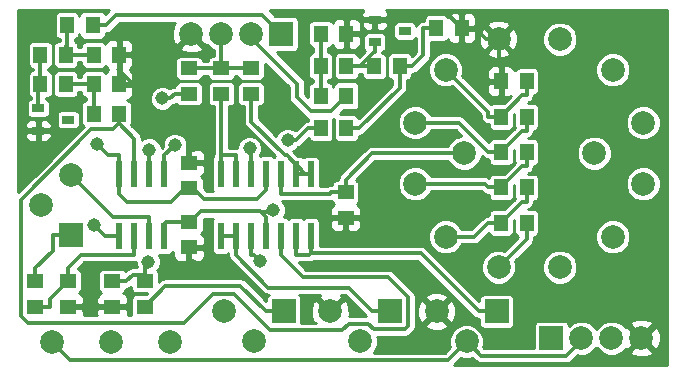
<source format=gtl>
G04 (created by PCBNEW (2013-03-31 BZR 4008)-stable) date 2013-10-21 1:47:18 PM*
%MOIN*%
G04 Gerber Fmt 3.4, Leading zero omitted, Abs format*
%FSLAX34Y34*%
G01*
G70*
G90*
G04 APERTURE LIST*
%ADD10C,0.006*%
%ADD11C,0.0787*%
%ADD12R,0.0394X0.0276*%
%ADD13R,0.055X0.045*%
%ADD14R,0.045X0.055*%
%ADD15R,0.0787X0.0787*%
%ADD16R,0.0236X0.0866*%
%ADD17C,0.0787402*%
%ADD18C,0.045*%
%ADD19C,0.012*%
%ADD20C,0.014*%
%ADD21C,0.01*%
G04 APERTURE END LIST*
G54D10*
G54D11*
X13543Y-19133D03*
X11574Y-19133D03*
X15511Y-19133D03*
G54D12*
X12114Y-11712D03*
X11114Y-12087D03*
X11114Y-11337D03*
G54D13*
X16141Y-15126D03*
X16141Y-15976D03*
X16141Y-13157D03*
X16141Y-14007D03*
X17224Y-10858D03*
X17224Y-10008D03*
G54D14*
X26543Y-15157D03*
X27393Y-15157D03*
X26543Y-13976D03*
X27393Y-13976D03*
X26543Y-12795D03*
X27393Y-12795D03*
X26543Y-11614D03*
X27393Y-11614D03*
X26543Y-10433D03*
X27393Y-10433D03*
X12960Y-11515D03*
X13810Y-11515D03*
X11189Y-9547D03*
X12039Y-9547D03*
X12960Y-9547D03*
X13810Y-9547D03*
G54D13*
X18208Y-10858D03*
X18208Y-10008D03*
X21358Y-14141D03*
X21358Y-14991D03*
X14665Y-17094D03*
X14665Y-17944D03*
G54D14*
X12960Y-10531D03*
X13810Y-10531D03*
G54D13*
X13582Y-17944D03*
X13582Y-17094D03*
G54D14*
X11189Y-10531D03*
X12039Y-10531D03*
X12075Y-8562D03*
X12925Y-8562D03*
G54D15*
X19216Y-8858D03*
G54D11*
X18216Y-8858D03*
X17216Y-8858D03*
X16216Y-8858D03*
G54D16*
X17200Y-15589D03*
X17700Y-15589D03*
X18200Y-15589D03*
X18700Y-15589D03*
X19200Y-15589D03*
X19700Y-15589D03*
X20200Y-15589D03*
X20200Y-13543D03*
X19700Y-13543D03*
X19200Y-13543D03*
X18700Y-13543D03*
X18200Y-13543D03*
X17700Y-13543D03*
X17200Y-13543D03*
G54D17*
X23677Y-11814D03*
X24696Y-10051D03*
X26460Y-9031D03*
X28500Y-9031D03*
X30263Y-10051D03*
X31283Y-11814D03*
X29645Y-12834D03*
X25314Y-12834D03*
X23677Y-13854D03*
X24696Y-15618D03*
X26460Y-16637D03*
X28500Y-16637D03*
X30263Y-15618D03*
X31283Y-13854D03*
G54D12*
X23334Y-8759D03*
X22334Y-9134D03*
X22334Y-8384D03*
G54D14*
X22311Y-9940D03*
X23161Y-9940D03*
X24378Y-8661D03*
X25228Y-8661D03*
X21389Y-12007D03*
X20539Y-12007D03*
X20539Y-9940D03*
X21389Y-9940D03*
X21389Y-10925D03*
X20539Y-10925D03*
X20539Y-8858D03*
X21389Y-8858D03*
G54D16*
X15316Y-13543D03*
X14816Y-13543D03*
X14316Y-13543D03*
X13816Y-13543D03*
X13816Y-15589D03*
X14316Y-15589D03*
X14816Y-15589D03*
X15316Y-15589D03*
G54D11*
X18307Y-19110D03*
X17307Y-18110D03*
G54D15*
X19307Y-18110D03*
G54D11*
X21850Y-19110D03*
X20850Y-18110D03*
G54D15*
X22850Y-18110D03*
G54D11*
X25393Y-19110D03*
X24393Y-18110D03*
G54D15*
X26393Y-18110D03*
G54D11*
X11204Y-14566D03*
X12204Y-13566D03*
G54D15*
X12204Y-15566D03*
G54D13*
X12106Y-17944D03*
X12106Y-17094D03*
X11023Y-17944D03*
X11023Y-17094D03*
X16141Y-10858D03*
X16141Y-10008D03*
G54D15*
X28224Y-18996D03*
G54D11*
X29224Y-18996D03*
X30224Y-18996D03*
X31224Y-18996D03*
G54D18*
X18933Y-14725D03*
X15673Y-12567D03*
X13090Y-12531D03*
X19427Y-12397D03*
X12986Y-15227D03*
X18506Y-16418D03*
X16296Y-12547D03*
X21358Y-15602D03*
X14422Y-10518D03*
X16280Y-16601D03*
X12787Y-18032D03*
X11114Y-12614D03*
X15243Y-11004D03*
X18160Y-12674D03*
X14813Y-12718D03*
X14781Y-16446D03*
G54D19*
X29224Y-19089D02*
X29224Y-18996D01*
X28724Y-19589D02*
X29224Y-19089D01*
X25873Y-19589D02*
X28724Y-19589D01*
X25393Y-19110D02*
X25873Y-19589D01*
X12169Y-19728D02*
X11574Y-19133D01*
X24775Y-19728D02*
X12169Y-19728D01*
X25393Y-19110D02*
X24775Y-19728D01*
G54D20*
X15316Y-15194D02*
X15316Y-15589D01*
X15385Y-15126D02*
X15316Y-15194D01*
X16141Y-15126D02*
X15385Y-15126D01*
X13721Y-8221D02*
X13380Y-8562D01*
X18580Y-8221D02*
X13721Y-8221D01*
X19216Y-8858D02*
X18580Y-8221D01*
X12925Y-8562D02*
X13380Y-8562D01*
G54D19*
X18503Y-14763D02*
X18533Y-14793D01*
X16535Y-14763D02*
X18503Y-14763D01*
X16173Y-15126D02*
X16535Y-14763D01*
X16141Y-15126D02*
X16173Y-15126D01*
X18700Y-14960D02*
X18700Y-15589D01*
X18533Y-14793D02*
X18700Y-14960D01*
G54D20*
X18864Y-14793D02*
X18933Y-14725D01*
X18533Y-14793D02*
X18864Y-14793D01*
G54D19*
X13614Y-12038D02*
X13810Y-11842D01*
X12891Y-12038D02*
X13614Y-12038D01*
X10543Y-14386D02*
X12891Y-12038D01*
X10543Y-18253D02*
X10543Y-14386D01*
X10770Y-18480D02*
X10543Y-18253D01*
X15983Y-18480D02*
X10770Y-18480D01*
X16950Y-17513D02*
X15983Y-18480D01*
X17637Y-17513D02*
X16950Y-17513D01*
X18853Y-18729D02*
X17637Y-17513D01*
X21250Y-18729D02*
X18853Y-18729D01*
X21466Y-18514D02*
X21250Y-18729D01*
X22122Y-18514D02*
X21466Y-18514D01*
X22311Y-18703D02*
X22122Y-18514D01*
X23332Y-18703D02*
X22311Y-18703D01*
X23449Y-18586D02*
X23332Y-18703D01*
X23449Y-17632D02*
X23449Y-18586D01*
X22791Y-16973D02*
X23449Y-17632D01*
X19951Y-16973D02*
X22791Y-16973D01*
X19200Y-16223D02*
X19951Y-16973D01*
X14316Y-12348D02*
X13810Y-11842D01*
X14316Y-13543D02*
X14316Y-12348D01*
X13810Y-11842D02*
X13810Y-11515D01*
X19200Y-15589D02*
X19200Y-16223D01*
X27393Y-15704D02*
X27393Y-15157D01*
X26460Y-16637D02*
X27393Y-15704D01*
X15316Y-13543D02*
X15316Y-12910D01*
X15659Y-12567D02*
X15673Y-12567D01*
X15316Y-12910D02*
X15659Y-12567D01*
X18700Y-14074D02*
X18700Y-13543D01*
X18405Y-14370D02*
X18700Y-14074D01*
X16633Y-14370D02*
X18405Y-14370D01*
X16271Y-14007D02*
X16633Y-14370D01*
X16141Y-14007D02*
X16271Y-14007D01*
G54D20*
X20884Y-11430D02*
X21389Y-10925D01*
X20195Y-11430D02*
X20884Y-11430D01*
X19741Y-10976D02*
X20195Y-11430D01*
X19741Y-10522D02*
X19741Y-10976D01*
X18216Y-8997D02*
X19741Y-10522D01*
X18216Y-8858D02*
X18216Y-8997D01*
G54D19*
X13816Y-14210D02*
X13816Y-13543D01*
X14074Y-14468D02*
X13816Y-14210D01*
X15551Y-14468D02*
X14074Y-14468D01*
X16012Y-14007D02*
X15551Y-14468D01*
X16141Y-14007D02*
X16012Y-14007D01*
G54D20*
X13440Y-12880D02*
X13090Y-12531D01*
X13816Y-12880D02*
X13440Y-12880D01*
X13816Y-13543D02*
X13816Y-12880D01*
G54D19*
X19724Y-12397D02*
X20114Y-12007D01*
X19427Y-12397D02*
X19724Y-12397D01*
X20539Y-12007D02*
X20114Y-12007D01*
X13349Y-15589D02*
X12986Y-15227D01*
X13816Y-15589D02*
X13349Y-15589D01*
X18311Y-16223D02*
X18506Y-16418D01*
X18200Y-16223D02*
X18311Y-16223D01*
X18200Y-15589D02*
X18200Y-16223D01*
G54D20*
X21907Y-8795D02*
X21844Y-8858D01*
X21907Y-8384D02*
X21907Y-8795D01*
X21389Y-8858D02*
X21844Y-8858D01*
X22334Y-8384D02*
X21907Y-8384D01*
X13810Y-10531D02*
X14265Y-10531D01*
X13810Y-9547D02*
X13810Y-10052D01*
X16141Y-13157D02*
X16141Y-12702D01*
X16296Y-12547D02*
X16141Y-12702D01*
X21358Y-14991D02*
X21358Y-15602D01*
X14277Y-10520D02*
X14277Y-10518D01*
X14265Y-10531D02*
X14277Y-10520D01*
X14277Y-10518D02*
X13810Y-10052D01*
X16141Y-15976D02*
X16141Y-16431D01*
X16280Y-16570D02*
X16141Y-16431D01*
X16280Y-16601D02*
X16280Y-16570D01*
X26543Y-10433D02*
X26543Y-9927D01*
X22990Y-8156D02*
X22761Y-8384D01*
X24722Y-8156D02*
X22990Y-8156D01*
X25228Y-8661D02*
X24722Y-8156D01*
X22334Y-8384D02*
X22761Y-8384D01*
X26460Y-9845D02*
X26543Y-9927D01*
X26460Y-9031D02*
X26460Y-9845D01*
X26053Y-9031D02*
X25683Y-8661D01*
X26460Y-9031D02*
X26053Y-9031D01*
X25228Y-8661D02*
X25683Y-8661D01*
X12106Y-17944D02*
X12611Y-17944D01*
X13582Y-17944D02*
X13077Y-17944D01*
X12699Y-18032D02*
X12787Y-18032D01*
X12611Y-17944D02*
X12699Y-18032D01*
X12989Y-18032D02*
X13077Y-17944D01*
X12787Y-18032D02*
X12989Y-18032D01*
X14277Y-10518D02*
X14422Y-10518D01*
X11114Y-12614D02*
X11114Y-12087D01*
G54D19*
X17200Y-13543D02*
X17200Y-12910D01*
X17700Y-13543D02*
X17700Y-12910D01*
X17224Y-10858D02*
X17224Y-12910D01*
X17200Y-12910D02*
X17224Y-12910D01*
X17224Y-12910D02*
X17700Y-12910D01*
X12039Y-10531D02*
X12960Y-10531D01*
X12960Y-10531D02*
X12960Y-11515D01*
X25996Y-13854D02*
X26118Y-13976D01*
X23677Y-13854D02*
X25996Y-13854D01*
X26543Y-13976D02*
X26118Y-13976D01*
X27249Y-13270D02*
X26543Y-13976D01*
X27393Y-13270D02*
X27249Y-13270D01*
X27393Y-12795D02*
X27393Y-13270D01*
X27249Y-14451D02*
X26543Y-15157D01*
X27393Y-14451D02*
X27249Y-14451D01*
X27393Y-13976D02*
X27393Y-14451D01*
X25657Y-15618D02*
X26118Y-15157D01*
X24696Y-15618D02*
X25657Y-15618D01*
X26543Y-15157D02*
X26118Y-15157D01*
X13594Y-14956D02*
X14816Y-14956D01*
X12204Y-13566D02*
X13594Y-14956D01*
X14816Y-15589D02*
X14816Y-14956D01*
X16141Y-10858D02*
X15666Y-10858D01*
X15520Y-11004D02*
X15243Y-11004D01*
X15666Y-10858D02*
X15520Y-11004D01*
X11611Y-16082D02*
X11611Y-15566D01*
X11023Y-16669D02*
X11611Y-16082D01*
X11023Y-17094D02*
X11023Y-16669D01*
X12204Y-15566D02*
X11611Y-15566D01*
X20200Y-15589D02*
X20200Y-15906D01*
X19700Y-15589D02*
X19700Y-16223D01*
X26393Y-18110D02*
X25800Y-18110D01*
X23860Y-16170D02*
X20200Y-16170D01*
X25800Y-18110D02*
X23860Y-16170D01*
X20200Y-15906D02*
X20200Y-16170D01*
X20148Y-16223D02*
X19700Y-16223D01*
X20200Y-16170D02*
X20148Y-16223D01*
X19700Y-13543D02*
X20013Y-13543D01*
X20013Y-13543D02*
X20200Y-13543D01*
X18208Y-11780D02*
X18208Y-10858D01*
X19329Y-12901D02*
X18208Y-11780D01*
X19402Y-12901D02*
X19329Y-12901D01*
X20013Y-13512D02*
X19402Y-12901D01*
X20013Y-13543D02*
X20013Y-13512D01*
X17700Y-15589D02*
X17200Y-15589D01*
X22850Y-18110D02*
X22256Y-18110D01*
X17700Y-15589D02*
X17700Y-16223D01*
X21459Y-17312D02*
X22256Y-18110D01*
X18790Y-17312D02*
X21459Y-17312D01*
X17700Y-16223D02*
X18790Y-17312D01*
X21389Y-9940D02*
X21850Y-9940D01*
X21850Y-9940D02*
X22311Y-9940D01*
X22318Y-9472D02*
X22334Y-9472D01*
X21850Y-9940D02*
X22318Y-9472D01*
X22334Y-9134D02*
X22334Y-9472D01*
X23161Y-10661D02*
X23161Y-9940D01*
X21814Y-12007D02*
X23161Y-10661D01*
X21389Y-12007D02*
X21814Y-12007D01*
X23953Y-9574D02*
X23586Y-9940D01*
X23953Y-8661D02*
X23953Y-9574D01*
X24378Y-8661D02*
X23953Y-8661D01*
X23161Y-9940D02*
X23586Y-9940D01*
X18200Y-13543D02*
X18200Y-12910D01*
X18160Y-12870D02*
X18160Y-12674D01*
X18200Y-12910D02*
X18160Y-12870D01*
X22240Y-12834D02*
X21358Y-13716D01*
X25314Y-12834D02*
X22240Y-12834D01*
X21358Y-14141D02*
X21358Y-13716D01*
X20848Y-14177D02*
X20883Y-14141D01*
X19200Y-14177D02*
X20848Y-14177D01*
X19200Y-13543D02*
X19200Y-14177D01*
X21358Y-14141D02*
X20883Y-14141D01*
X20539Y-8858D02*
X20539Y-9940D01*
X20539Y-10925D02*
X20539Y-9940D01*
X26118Y-11472D02*
X26118Y-11614D01*
X24696Y-10051D02*
X26118Y-11472D01*
X26543Y-11614D02*
X26118Y-11614D01*
X27249Y-10908D02*
X26543Y-11614D01*
X27393Y-10908D02*
X27249Y-10908D01*
X27393Y-10433D02*
X27393Y-10908D01*
X14813Y-12907D02*
X14813Y-12718D01*
X14816Y-12910D02*
X14813Y-12907D01*
X14781Y-16553D02*
X14665Y-16669D01*
X14781Y-16446D02*
X14781Y-16553D01*
X14816Y-13543D02*
X14816Y-12910D01*
X14665Y-17094D02*
X14665Y-16882D01*
X14665Y-16882D02*
X14665Y-16669D01*
X14270Y-16882D02*
X14057Y-17094D01*
X14665Y-16882D02*
X14270Y-16882D01*
X13582Y-17094D02*
X14057Y-17094D01*
X11023Y-17944D02*
X11498Y-17944D01*
X11498Y-17702D02*
X12106Y-17094D01*
X11498Y-17944D02*
X11498Y-17702D01*
X12552Y-16223D02*
X12106Y-16669D01*
X14316Y-16223D02*
X12552Y-16223D01*
X14316Y-15589D02*
X14316Y-16223D01*
X12106Y-17094D02*
X12106Y-16669D01*
X25138Y-11814D02*
X26118Y-12795D01*
X23677Y-11814D02*
X25138Y-11814D01*
X26543Y-12795D02*
X26118Y-12795D01*
X27249Y-12089D02*
X26543Y-12795D01*
X27393Y-12089D02*
X27249Y-12089D01*
X27393Y-11614D02*
X27393Y-12089D01*
X11189Y-9547D02*
X11189Y-10531D01*
X11114Y-10606D02*
X11114Y-11337D01*
X11189Y-10531D02*
X11114Y-10606D01*
X12075Y-8562D02*
X12075Y-9219D01*
X12110Y-9547D02*
X12960Y-9547D01*
X12075Y-9511D02*
X12110Y-9547D01*
X12075Y-9219D02*
X12075Y-9511D01*
X12039Y-9255D02*
X12039Y-9547D01*
X12075Y-9219D02*
X12039Y-9255D01*
X19307Y-18110D02*
X18713Y-18110D01*
X15357Y-17252D02*
X14665Y-17944D01*
X17855Y-17252D02*
X15357Y-17252D01*
X18713Y-18110D02*
X17855Y-17252D01*
X18208Y-10008D02*
X17224Y-10008D01*
X17224Y-10008D02*
X17220Y-10004D01*
X17216Y-10000D02*
X17216Y-8858D01*
X17220Y-10004D02*
X17216Y-10000D01*
X16620Y-10004D02*
X16616Y-10008D01*
X17220Y-10004D02*
X16620Y-10004D01*
X16141Y-10008D02*
X16616Y-10008D01*
G54D10*
G36*
X13473Y-8073D02*
X13342Y-8204D01*
X13328Y-8169D01*
X13269Y-8110D01*
X13191Y-8078D01*
X13108Y-8077D01*
X12658Y-8077D01*
X12581Y-8109D01*
X12522Y-8168D01*
X12490Y-8246D01*
X12490Y-8251D01*
X12490Y-8250D01*
X12461Y-8180D01*
X12407Y-8127D01*
X12337Y-8098D01*
X12262Y-8097D01*
X11812Y-8097D01*
X11742Y-8126D01*
X11689Y-8180D01*
X11660Y-8250D01*
X11659Y-8325D01*
X11659Y-8875D01*
X11688Y-8945D01*
X11742Y-8998D01*
X11812Y-9027D01*
X11825Y-9027D01*
X11825Y-9082D01*
X11776Y-9082D01*
X11706Y-9111D01*
X11653Y-9164D01*
X11624Y-9234D01*
X11624Y-9309D01*
X11624Y-9859D01*
X11653Y-9929D01*
X11706Y-9983D01*
X11776Y-10012D01*
X11851Y-10012D01*
X12301Y-10012D01*
X12371Y-9983D01*
X12425Y-9930D01*
X12454Y-9860D01*
X12454Y-9797D01*
X12545Y-9797D01*
X12545Y-9859D01*
X12574Y-9929D01*
X12628Y-9983D01*
X12697Y-10012D01*
X12773Y-10012D01*
X13223Y-10012D01*
X13293Y-9983D01*
X13346Y-9930D01*
X13353Y-9914D01*
X13374Y-9964D01*
X13444Y-10034D01*
X13456Y-10039D01*
X13444Y-10044D01*
X13374Y-10114D01*
X13353Y-10164D01*
X13346Y-10149D01*
X13293Y-10095D01*
X13223Y-10066D01*
X13148Y-10066D01*
X12698Y-10066D01*
X12628Y-10095D01*
X12574Y-10148D01*
X12545Y-10218D01*
X12545Y-10281D01*
X12454Y-10281D01*
X12454Y-10218D01*
X12425Y-10149D01*
X12371Y-10095D01*
X12302Y-10066D01*
X12226Y-10066D01*
X11776Y-10066D01*
X11706Y-10095D01*
X11653Y-10148D01*
X11624Y-10218D01*
X11624Y-10294D01*
X11624Y-10844D01*
X11653Y-10913D01*
X11706Y-10967D01*
X11776Y-10996D01*
X11851Y-10996D01*
X12301Y-10996D01*
X12371Y-10967D01*
X12425Y-10914D01*
X12454Y-10844D01*
X12454Y-10781D01*
X12545Y-10781D01*
X12545Y-10844D01*
X12574Y-10913D01*
X12628Y-10967D01*
X12697Y-10996D01*
X12710Y-10996D01*
X12710Y-11050D01*
X12698Y-11050D01*
X12628Y-11079D01*
X12574Y-11132D01*
X12545Y-11202D01*
X12545Y-11278D01*
X12545Y-11828D01*
X12574Y-11898D01*
X12626Y-11950D01*
X12501Y-12075D01*
X12501Y-11812D01*
X12501Y-11536D01*
X12472Y-11467D01*
X12418Y-11413D01*
X12349Y-11384D01*
X12273Y-11384D01*
X11879Y-11384D01*
X11809Y-11413D01*
X11756Y-11466D01*
X11727Y-11536D01*
X11727Y-11612D01*
X11727Y-11888D01*
X11756Y-11958D01*
X11809Y-12011D01*
X11879Y-12040D01*
X11954Y-12040D01*
X12348Y-12040D01*
X12418Y-12011D01*
X12472Y-11958D01*
X12501Y-11888D01*
X12501Y-11812D01*
X12501Y-12075D01*
X11604Y-12972D01*
X11604Y-10768D01*
X11604Y-10218D01*
X11575Y-10149D01*
X11521Y-10095D01*
X11452Y-10066D01*
X11439Y-10066D01*
X11439Y-10012D01*
X11451Y-10012D01*
X11521Y-9983D01*
X11575Y-9930D01*
X11604Y-9860D01*
X11604Y-9784D01*
X11604Y-9234D01*
X11575Y-9164D01*
X11521Y-9111D01*
X11452Y-9082D01*
X11376Y-9082D01*
X10926Y-9082D01*
X10856Y-9111D01*
X10803Y-9164D01*
X10774Y-9234D01*
X10774Y-9309D01*
X10774Y-9859D01*
X10803Y-9929D01*
X10856Y-9983D01*
X10926Y-10012D01*
X10939Y-10012D01*
X10939Y-10066D01*
X10926Y-10066D01*
X10856Y-10095D01*
X10803Y-10148D01*
X10774Y-10218D01*
X10774Y-10294D01*
X10774Y-10844D01*
X10803Y-10913D01*
X10856Y-10967D01*
X10864Y-10970D01*
X10864Y-11015D01*
X10809Y-11038D01*
X10756Y-11091D01*
X10727Y-11161D01*
X10727Y-11237D01*
X10727Y-11513D01*
X10756Y-11583D01*
X10809Y-11636D01*
X10879Y-11665D01*
X10954Y-11665D01*
X11348Y-11665D01*
X11418Y-11636D01*
X11472Y-11583D01*
X11501Y-11513D01*
X11501Y-11437D01*
X11501Y-11161D01*
X11472Y-11092D01*
X11418Y-11038D01*
X11364Y-11015D01*
X11364Y-10996D01*
X11451Y-10996D01*
X11521Y-10967D01*
X11575Y-10914D01*
X11604Y-10844D01*
X11604Y-10768D01*
X11604Y-12972D01*
X11561Y-13015D01*
X11561Y-12275D01*
X11561Y-11900D01*
X11523Y-11808D01*
X11452Y-11737D01*
X11361Y-11699D01*
X11261Y-11699D01*
X11226Y-11699D01*
X11164Y-11762D01*
X11164Y-12037D01*
X11498Y-12037D01*
X11561Y-11975D01*
X11561Y-11900D01*
X11561Y-12275D01*
X11561Y-12200D01*
X11498Y-12137D01*
X11164Y-12137D01*
X11164Y-12413D01*
X11226Y-12475D01*
X11261Y-12475D01*
X11361Y-12475D01*
X11452Y-12437D01*
X11523Y-12367D01*
X11561Y-12275D01*
X11561Y-13015D01*
X11064Y-13512D01*
X11064Y-12413D01*
X11064Y-12137D01*
X11064Y-12037D01*
X11064Y-11762D01*
X11001Y-11699D01*
X10966Y-11699D01*
X10867Y-11699D01*
X10775Y-11737D01*
X10705Y-11808D01*
X10667Y-11900D01*
X10667Y-11975D01*
X10729Y-12037D01*
X11064Y-12037D01*
X11064Y-12137D01*
X10729Y-12137D01*
X10667Y-12200D01*
X10667Y-12275D01*
X10705Y-12367D01*
X10775Y-12437D01*
X10867Y-12475D01*
X10966Y-12475D01*
X11001Y-12475D01*
X11064Y-12413D01*
X11064Y-13512D01*
X10435Y-14140D01*
X10435Y-8073D01*
X12598Y-8073D01*
X13473Y-8073D01*
X13473Y-8073D01*
G37*
G54D21*
X13473Y-8073D02*
X13342Y-8204D01*
X13328Y-8169D01*
X13269Y-8110D01*
X13191Y-8078D01*
X13108Y-8077D01*
X12658Y-8077D01*
X12581Y-8109D01*
X12522Y-8168D01*
X12490Y-8246D01*
X12490Y-8251D01*
X12490Y-8250D01*
X12461Y-8180D01*
X12407Y-8127D01*
X12337Y-8098D01*
X12262Y-8097D01*
X11812Y-8097D01*
X11742Y-8126D01*
X11689Y-8180D01*
X11660Y-8250D01*
X11659Y-8325D01*
X11659Y-8875D01*
X11688Y-8945D01*
X11742Y-8998D01*
X11812Y-9027D01*
X11825Y-9027D01*
X11825Y-9082D01*
X11776Y-9082D01*
X11706Y-9111D01*
X11653Y-9164D01*
X11624Y-9234D01*
X11624Y-9309D01*
X11624Y-9859D01*
X11653Y-9929D01*
X11706Y-9983D01*
X11776Y-10012D01*
X11851Y-10012D01*
X12301Y-10012D01*
X12371Y-9983D01*
X12425Y-9930D01*
X12454Y-9860D01*
X12454Y-9797D01*
X12545Y-9797D01*
X12545Y-9859D01*
X12574Y-9929D01*
X12628Y-9983D01*
X12697Y-10012D01*
X12773Y-10012D01*
X13223Y-10012D01*
X13293Y-9983D01*
X13346Y-9930D01*
X13353Y-9914D01*
X13374Y-9964D01*
X13444Y-10034D01*
X13456Y-10039D01*
X13444Y-10044D01*
X13374Y-10114D01*
X13353Y-10164D01*
X13346Y-10149D01*
X13293Y-10095D01*
X13223Y-10066D01*
X13148Y-10066D01*
X12698Y-10066D01*
X12628Y-10095D01*
X12574Y-10148D01*
X12545Y-10218D01*
X12545Y-10281D01*
X12454Y-10281D01*
X12454Y-10218D01*
X12425Y-10149D01*
X12371Y-10095D01*
X12302Y-10066D01*
X12226Y-10066D01*
X11776Y-10066D01*
X11706Y-10095D01*
X11653Y-10148D01*
X11624Y-10218D01*
X11624Y-10294D01*
X11624Y-10844D01*
X11653Y-10913D01*
X11706Y-10967D01*
X11776Y-10996D01*
X11851Y-10996D01*
X12301Y-10996D01*
X12371Y-10967D01*
X12425Y-10914D01*
X12454Y-10844D01*
X12454Y-10781D01*
X12545Y-10781D01*
X12545Y-10844D01*
X12574Y-10913D01*
X12628Y-10967D01*
X12697Y-10996D01*
X12710Y-10996D01*
X12710Y-11050D01*
X12698Y-11050D01*
X12628Y-11079D01*
X12574Y-11132D01*
X12545Y-11202D01*
X12545Y-11278D01*
X12545Y-11828D01*
X12574Y-11898D01*
X12626Y-11950D01*
X12501Y-12075D01*
X12501Y-11812D01*
X12501Y-11536D01*
X12472Y-11467D01*
X12418Y-11413D01*
X12349Y-11384D01*
X12273Y-11384D01*
X11879Y-11384D01*
X11809Y-11413D01*
X11756Y-11466D01*
X11727Y-11536D01*
X11727Y-11612D01*
X11727Y-11888D01*
X11756Y-11958D01*
X11809Y-12011D01*
X11879Y-12040D01*
X11954Y-12040D01*
X12348Y-12040D01*
X12418Y-12011D01*
X12472Y-11958D01*
X12501Y-11888D01*
X12501Y-11812D01*
X12501Y-12075D01*
X11604Y-12972D01*
X11604Y-10768D01*
X11604Y-10218D01*
X11575Y-10149D01*
X11521Y-10095D01*
X11452Y-10066D01*
X11439Y-10066D01*
X11439Y-10012D01*
X11451Y-10012D01*
X11521Y-9983D01*
X11575Y-9930D01*
X11604Y-9860D01*
X11604Y-9784D01*
X11604Y-9234D01*
X11575Y-9164D01*
X11521Y-9111D01*
X11452Y-9082D01*
X11376Y-9082D01*
X10926Y-9082D01*
X10856Y-9111D01*
X10803Y-9164D01*
X10774Y-9234D01*
X10774Y-9309D01*
X10774Y-9859D01*
X10803Y-9929D01*
X10856Y-9983D01*
X10926Y-10012D01*
X10939Y-10012D01*
X10939Y-10066D01*
X10926Y-10066D01*
X10856Y-10095D01*
X10803Y-10148D01*
X10774Y-10218D01*
X10774Y-10294D01*
X10774Y-10844D01*
X10803Y-10913D01*
X10856Y-10967D01*
X10864Y-10970D01*
X10864Y-11015D01*
X10809Y-11038D01*
X10756Y-11091D01*
X10727Y-11161D01*
X10727Y-11237D01*
X10727Y-11513D01*
X10756Y-11583D01*
X10809Y-11636D01*
X10879Y-11665D01*
X10954Y-11665D01*
X11348Y-11665D01*
X11418Y-11636D01*
X11472Y-11583D01*
X11501Y-11513D01*
X11501Y-11437D01*
X11501Y-11161D01*
X11472Y-11092D01*
X11418Y-11038D01*
X11364Y-11015D01*
X11364Y-10996D01*
X11451Y-10996D01*
X11521Y-10967D01*
X11575Y-10914D01*
X11604Y-10844D01*
X11604Y-10768D01*
X11604Y-12972D01*
X11561Y-13015D01*
X11561Y-12275D01*
X11561Y-11900D01*
X11523Y-11808D01*
X11452Y-11737D01*
X11361Y-11699D01*
X11261Y-11699D01*
X11226Y-11699D01*
X11164Y-11762D01*
X11164Y-12037D01*
X11498Y-12037D01*
X11561Y-11975D01*
X11561Y-11900D01*
X11561Y-12275D01*
X11561Y-12200D01*
X11498Y-12137D01*
X11164Y-12137D01*
X11164Y-12413D01*
X11226Y-12475D01*
X11261Y-12475D01*
X11361Y-12475D01*
X11452Y-12437D01*
X11523Y-12367D01*
X11561Y-12275D01*
X11561Y-13015D01*
X11064Y-13512D01*
X11064Y-12413D01*
X11064Y-12137D01*
X11064Y-12037D01*
X11064Y-11762D01*
X11001Y-11699D01*
X10966Y-11699D01*
X10867Y-11699D01*
X10775Y-11737D01*
X10705Y-11808D01*
X10667Y-11900D01*
X10667Y-11975D01*
X10729Y-12037D01*
X11064Y-12037D01*
X11064Y-12137D01*
X10729Y-12137D01*
X10667Y-12200D01*
X10667Y-12275D01*
X10705Y-12367D01*
X10775Y-12437D01*
X10867Y-12475D01*
X10966Y-12475D01*
X11001Y-12475D01*
X11064Y-12413D01*
X11064Y-13512D01*
X10435Y-14140D01*
X10435Y-8073D01*
X12598Y-8073D01*
X13473Y-8073D01*
G54D10*
G36*
X14746Y-17509D02*
X14726Y-17529D01*
X14352Y-17529D01*
X14282Y-17558D01*
X14229Y-17611D01*
X14200Y-17681D01*
X14200Y-17757D01*
X14200Y-18207D01*
X14209Y-18230D01*
X14103Y-18230D01*
X14107Y-18219D01*
X14107Y-18057D01*
X14045Y-17994D01*
X13632Y-17994D01*
X13632Y-18002D01*
X13532Y-18002D01*
X13532Y-17994D01*
X13120Y-17994D01*
X13057Y-18057D01*
X13057Y-18219D01*
X13062Y-18230D01*
X12626Y-18230D01*
X12631Y-18219D01*
X12631Y-18057D01*
X12568Y-17994D01*
X12156Y-17994D01*
X12156Y-18002D01*
X12056Y-18002D01*
X12056Y-17994D01*
X12048Y-17994D01*
X12048Y-17894D01*
X12056Y-17894D01*
X12056Y-17886D01*
X12156Y-17886D01*
X12156Y-17894D01*
X12568Y-17894D01*
X12631Y-17832D01*
X12631Y-17670D01*
X12593Y-17578D01*
X12523Y-17507D01*
X12473Y-17487D01*
X12488Y-17480D01*
X12542Y-17427D01*
X12571Y-17357D01*
X12571Y-17282D01*
X12571Y-16832D01*
X12542Y-16762D01*
X12489Y-16708D01*
X12440Y-16688D01*
X12656Y-16473D01*
X14316Y-16473D01*
X14366Y-16463D01*
X14366Y-16528D01*
X14408Y-16632D01*
X14270Y-16632D01*
X14270Y-16632D01*
X14251Y-16635D01*
X14174Y-16651D01*
X14093Y-16705D01*
X14093Y-16705D01*
X14024Y-16774D01*
X14018Y-16762D01*
X13965Y-16708D01*
X13895Y-16679D01*
X13820Y-16679D01*
X13270Y-16679D01*
X13200Y-16708D01*
X13146Y-16761D01*
X13117Y-16831D01*
X13117Y-16907D01*
X13117Y-17357D01*
X13146Y-17427D01*
X13199Y-17480D01*
X13215Y-17487D01*
X13165Y-17507D01*
X13095Y-17578D01*
X13057Y-17670D01*
X13057Y-17832D01*
X13120Y-17894D01*
X13532Y-17894D01*
X13532Y-17886D01*
X13632Y-17886D01*
X13632Y-17894D01*
X14045Y-17894D01*
X14107Y-17832D01*
X14107Y-17670D01*
X14069Y-17578D01*
X13999Y-17507D01*
X13949Y-17487D01*
X13965Y-17480D01*
X14018Y-17427D01*
X14047Y-17357D01*
X14047Y-17344D01*
X14057Y-17344D01*
X14153Y-17325D01*
X14200Y-17294D01*
X14200Y-17357D01*
X14229Y-17427D01*
X14282Y-17480D01*
X14352Y-17509D01*
X14427Y-17509D01*
X14746Y-17509D01*
X14746Y-17509D01*
G37*
G54D21*
X14746Y-17509D02*
X14726Y-17529D01*
X14352Y-17529D01*
X14282Y-17558D01*
X14229Y-17611D01*
X14200Y-17681D01*
X14200Y-17757D01*
X14200Y-18207D01*
X14209Y-18230D01*
X14103Y-18230D01*
X14107Y-18219D01*
X14107Y-18057D01*
X14045Y-17994D01*
X13632Y-17994D01*
X13632Y-18002D01*
X13532Y-18002D01*
X13532Y-17994D01*
X13120Y-17994D01*
X13057Y-18057D01*
X13057Y-18219D01*
X13062Y-18230D01*
X12626Y-18230D01*
X12631Y-18219D01*
X12631Y-18057D01*
X12568Y-17994D01*
X12156Y-17994D01*
X12156Y-18002D01*
X12056Y-18002D01*
X12056Y-17994D01*
X12048Y-17994D01*
X12048Y-17894D01*
X12056Y-17894D01*
X12056Y-17886D01*
X12156Y-17886D01*
X12156Y-17894D01*
X12568Y-17894D01*
X12631Y-17832D01*
X12631Y-17670D01*
X12593Y-17578D01*
X12523Y-17507D01*
X12473Y-17487D01*
X12488Y-17480D01*
X12542Y-17427D01*
X12571Y-17357D01*
X12571Y-17282D01*
X12571Y-16832D01*
X12542Y-16762D01*
X12489Y-16708D01*
X12440Y-16688D01*
X12656Y-16473D01*
X14316Y-16473D01*
X14366Y-16463D01*
X14366Y-16528D01*
X14408Y-16632D01*
X14270Y-16632D01*
X14270Y-16632D01*
X14251Y-16635D01*
X14174Y-16651D01*
X14093Y-16705D01*
X14093Y-16705D01*
X14024Y-16774D01*
X14018Y-16762D01*
X13965Y-16708D01*
X13895Y-16679D01*
X13820Y-16679D01*
X13270Y-16679D01*
X13200Y-16708D01*
X13146Y-16761D01*
X13117Y-16831D01*
X13117Y-16907D01*
X13117Y-17357D01*
X13146Y-17427D01*
X13199Y-17480D01*
X13215Y-17487D01*
X13165Y-17507D01*
X13095Y-17578D01*
X13057Y-17670D01*
X13057Y-17832D01*
X13120Y-17894D01*
X13532Y-17894D01*
X13532Y-17886D01*
X13632Y-17886D01*
X13632Y-17894D01*
X14045Y-17894D01*
X14107Y-17832D01*
X14107Y-17670D01*
X14069Y-17578D01*
X13999Y-17507D01*
X13949Y-17487D01*
X13965Y-17480D01*
X14018Y-17427D01*
X14047Y-17357D01*
X14047Y-17344D01*
X14057Y-17344D01*
X14153Y-17325D01*
X14200Y-17294D01*
X14200Y-17357D01*
X14229Y-17427D01*
X14282Y-17480D01*
X14352Y-17509D01*
X14427Y-17509D01*
X14746Y-17509D01*
G54D10*
G36*
X18798Y-17562D02*
X18752Y-17608D01*
X18723Y-17678D01*
X18723Y-17754D01*
X18723Y-17766D01*
X18032Y-17075D01*
X17951Y-17021D01*
X17855Y-17002D01*
X16666Y-17002D01*
X16666Y-16250D01*
X16666Y-16088D01*
X16604Y-16026D01*
X16191Y-16026D01*
X16191Y-16388D01*
X16254Y-16451D01*
X16367Y-16451D01*
X16466Y-16451D01*
X16558Y-16412D01*
X16628Y-16342D01*
X16666Y-16250D01*
X16666Y-17002D01*
X15357Y-17002D01*
X15261Y-17021D01*
X15180Y-17075D01*
X15130Y-17126D01*
X15130Y-16832D01*
X15101Y-16762D01*
X15077Y-16737D01*
X15132Y-16682D01*
X15196Y-16529D01*
X15196Y-16364D01*
X15138Y-16225D01*
X15156Y-16232D01*
X15240Y-16232D01*
X15476Y-16232D01*
X15553Y-16201D01*
X15612Y-16142D01*
X15616Y-16132D01*
X15616Y-16250D01*
X15654Y-16342D01*
X15724Y-16412D01*
X15816Y-16451D01*
X15916Y-16451D01*
X16029Y-16451D01*
X16091Y-16388D01*
X16091Y-16026D01*
X16083Y-16026D01*
X16083Y-15926D01*
X16091Y-15926D01*
X16091Y-15918D01*
X16191Y-15918D01*
X16191Y-15926D01*
X16604Y-15926D01*
X16666Y-15863D01*
X16666Y-15701D01*
X16628Y-15609D01*
X16558Y-15539D01*
X16534Y-15529D01*
X16535Y-15529D01*
X16594Y-15470D01*
X16626Y-15393D01*
X16626Y-15309D01*
X16626Y-15054D01*
X16647Y-15033D01*
X16937Y-15033D01*
X16921Y-15049D01*
X16892Y-15118D01*
X16892Y-15194D01*
X16892Y-16060D01*
X16921Y-16130D01*
X16975Y-16183D01*
X17044Y-16212D01*
X17120Y-16212D01*
X17356Y-16212D01*
X17426Y-16184D01*
X17450Y-16159D01*
X17450Y-16159D01*
X17450Y-16223D01*
X17469Y-16318D01*
X17524Y-16399D01*
X18613Y-17489D01*
X18613Y-17489D01*
X18694Y-17543D01*
X18694Y-17543D01*
X18771Y-17559D01*
X18790Y-17562D01*
X18790Y-17562D01*
X18790Y-17562D01*
X18798Y-17562D01*
X18798Y-17562D01*
G37*
G54D21*
X18798Y-17562D02*
X18752Y-17608D01*
X18723Y-17678D01*
X18723Y-17754D01*
X18723Y-17766D01*
X18032Y-17075D01*
X17951Y-17021D01*
X17855Y-17002D01*
X16666Y-17002D01*
X16666Y-16250D01*
X16666Y-16088D01*
X16604Y-16026D01*
X16191Y-16026D01*
X16191Y-16388D01*
X16254Y-16451D01*
X16367Y-16451D01*
X16466Y-16451D01*
X16558Y-16412D01*
X16628Y-16342D01*
X16666Y-16250D01*
X16666Y-17002D01*
X15357Y-17002D01*
X15261Y-17021D01*
X15180Y-17075D01*
X15130Y-17126D01*
X15130Y-16832D01*
X15101Y-16762D01*
X15077Y-16737D01*
X15132Y-16682D01*
X15196Y-16529D01*
X15196Y-16364D01*
X15138Y-16225D01*
X15156Y-16232D01*
X15240Y-16232D01*
X15476Y-16232D01*
X15553Y-16201D01*
X15612Y-16142D01*
X15616Y-16132D01*
X15616Y-16250D01*
X15654Y-16342D01*
X15724Y-16412D01*
X15816Y-16451D01*
X15916Y-16451D01*
X16029Y-16451D01*
X16091Y-16388D01*
X16091Y-16026D01*
X16083Y-16026D01*
X16083Y-15926D01*
X16091Y-15926D01*
X16091Y-15918D01*
X16191Y-15918D01*
X16191Y-15926D01*
X16604Y-15926D01*
X16666Y-15863D01*
X16666Y-15701D01*
X16628Y-15609D01*
X16558Y-15539D01*
X16534Y-15529D01*
X16535Y-15529D01*
X16594Y-15470D01*
X16626Y-15393D01*
X16626Y-15309D01*
X16626Y-15054D01*
X16647Y-15033D01*
X16937Y-15033D01*
X16921Y-15049D01*
X16892Y-15118D01*
X16892Y-15194D01*
X16892Y-16060D01*
X16921Y-16130D01*
X16975Y-16183D01*
X17044Y-16212D01*
X17120Y-16212D01*
X17356Y-16212D01*
X17426Y-16184D01*
X17450Y-16159D01*
X17450Y-16159D01*
X17450Y-16223D01*
X17469Y-16318D01*
X17524Y-16399D01*
X18613Y-17489D01*
X18613Y-17489D01*
X18694Y-17543D01*
X18694Y-17543D01*
X18771Y-17559D01*
X18790Y-17562D01*
X18790Y-17562D01*
X18790Y-17562D01*
X18798Y-17562D01*
G54D10*
G36*
X20124Y-11696D02*
X20124Y-11757D01*
X20114Y-11757D01*
X20114Y-11757D01*
X20095Y-11761D01*
X20018Y-11776D01*
X19937Y-11831D01*
X19937Y-11831D01*
X19692Y-12076D01*
X19662Y-12046D01*
X19510Y-11982D01*
X19345Y-11982D01*
X19192Y-12045D01*
X19075Y-12162D01*
X19037Y-12255D01*
X18458Y-11676D01*
X18458Y-11273D01*
X18521Y-11273D01*
X18591Y-11244D01*
X18644Y-11190D01*
X18673Y-11121D01*
X18673Y-11045D01*
X18673Y-10595D01*
X18644Y-10525D01*
X18591Y-10472D01*
X18521Y-10443D01*
X18446Y-10443D01*
X17896Y-10443D01*
X17826Y-10471D01*
X17772Y-10525D01*
X17743Y-10595D01*
X17743Y-10670D01*
X17743Y-11120D01*
X17772Y-11190D01*
X17825Y-11244D01*
X17895Y-11273D01*
X17958Y-11273D01*
X17958Y-11780D01*
X17977Y-11875D01*
X18031Y-11957D01*
X19010Y-12935D01*
X18975Y-12949D01*
X18964Y-12960D01*
X18937Y-12933D01*
X18860Y-12900D01*
X18777Y-12900D01*
X18541Y-12900D01*
X18506Y-12915D01*
X18511Y-12909D01*
X18575Y-12757D01*
X18575Y-12592D01*
X18512Y-12439D01*
X18395Y-12322D01*
X18243Y-12259D01*
X18078Y-12259D01*
X17925Y-12322D01*
X17808Y-12438D01*
X17745Y-12591D01*
X17745Y-12669D01*
X17700Y-12660D01*
X17474Y-12660D01*
X17474Y-11273D01*
X17537Y-11273D01*
X17606Y-11244D01*
X17660Y-11190D01*
X17689Y-11121D01*
X17689Y-11045D01*
X17689Y-10595D01*
X17660Y-10525D01*
X17607Y-10472D01*
X17537Y-10443D01*
X17461Y-10443D01*
X16911Y-10443D01*
X16841Y-10471D01*
X16788Y-10525D01*
X16759Y-10595D01*
X16759Y-10670D01*
X16759Y-11120D01*
X16788Y-11190D01*
X16841Y-11244D01*
X16911Y-11273D01*
X16974Y-11273D01*
X16974Y-12808D01*
X16969Y-12815D01*
X16950Y-12910D01*
X16950Y-12974D01*
X16921Y-13003D01*
X16892Y-13072D01*
X16892Y-13148D01*
X16892Y-14014D01*
X16921Y-14084D01*
X16937Y-14100D01*
X16745Y-14100D01*
X16626Y-13981D01*
X16626Y-13741D01*
X16594Y-13663D01*
X16535Y-13604D01*
X16534Y-13604D01*
X16558Y-13594D01*
X16628Y-13524D01*
X16666Y-13432D01*
X16666Y-12883D01*
X16628Y-12791D01*
X16606Y-12769D01*
X16606Y-11045D01*
X16606Y-10595D01*
X16577Y-10525D01*
X16524Y-10472D01*
X16454Y-10443D01*
X16379Y-10443D01*
X15829Y-10443D01*
X15759Y-10471D01*
X15705Y-10525D01*
X15676Y-10595D01*
X15676Y-10608D01*
X15666Y-10608D01*
X15666Y-10608D01*
X15647Y-10611D01*
X15570Y-10627D01*
X15500Y-10674D01*
X15500Y-10674D01*
X15479Y-10652D01*
X15326Y-10589D01*
X15161Y-10589D01*
X15008Y-10652D01*
X14892Y-10768D01*
X14828Y-10921D01*
X14828Y-11086D01*
X14891Y-11239D01*
X15008Y-11355D01*
X15160Y-11419D01*
X15325Y-11419D01*
X15478Y-11356D01*
X15595Y-11239D01*
X15595Y-11239D01*
X15615Y-11235D01*
X15697Y-11181D01*
X15700Y-11177D01*
X15705Y-11190D01*
X15758Y-11244D01*
X15828Y-11273D01*
X15904Y-11273D01*
X16454Y-11273D01*
X16524Y-11244D01*
X16577Y-11190D01*
X16606Y-11121D01*
X16606Y-11045D01*
X16606Y-12769D01*
X16558Y-12720D01*
X16466Y-12682D01*
X16367Y-12682D01*
X16254Y-12682D01*
X16191Y-12745D01*
X16191Y-13107D01*
X16604Y-13107D01*
X16666Y-13045D01*
X16666Y-12883D01*
X16666Y-13432D01*
X16666Y-13270D01*
X16604Y-13207D01*
X16191Y-13207D01*
X16191Y-13215D01*
X16091Y-13215D01*
X16091Y-13207D01*
X16083Y-13207D01*
X16083Y-13107D01*
X16091Y-13107D01*
X16091Y-12745D01*
X16061Y-12715D01*
X16088Y-12650D01*
X16088Y-12485D01*
X16025Y-12333D01*
X15908Y-12216D01*
X15756Y-12153D01*
X15591Y-12152D01*
X15438Y-12215D01*
X15321Y-12332D01*
X15258Y-12485D01*
X15258Y-12615D01*
X15228Y-12645D01*
X15228Y-12636D01*
X15165Y-12484D01*
X15048Y-12367D01*
X14896Y-12303D01*
X14731Y-12303D01*
X14578Y-12366D01*
X14566Y-12378D01*
X14566Y-12348D01*
X14547Y-12252D01*
X14547Y-12252D01*
X14493Y-12171D01*
X14493Y-12171D01*
X14203Y-11881D01*
X14225Y-11828D01*
X14225Y-11753D01*
X14225Y-11203D01*
X14196Y-11133D01*
X14143Y-11079D01*
X14086Y-11056D01*
X14177Y-11018D01*
X14247Y-10948D01*
X14285Y-10856D01*
X14285Y-10756D01*
X14285Y-10306D01*
X14285Y-10206D01*
X14247Y-10114D01*
X14177Y-10044D01*
X14165Y-10039D01*
X14177Y-10034D01*
X14247Y-9964D01*
X14285Y-9872D01*
X14285Y-9772D01*
X14285Y-9321D01*
X14285Y-9222D01*
X14247Y-9130D01*
X14177Y-9060D01*
X14085Y-9022D01*
X13923Y-9022D01*
X13860Y-9084D01*
X13860Y-9497D01*
X14223Y-9497D01*
X14285Y-9434D01*
X14285Y-9321D01*
X14285Y-9772D01*
X14285Y-9659D01*
X14223Y-9597D01*
X13860Y-9597D01*
X13860Y-10009D01*
X13890Y-10039D01*
X13860Y-10068D01*
X13860Y-10481D01*
X14223Y-10481D01*
X14285Y-10418D01*
X14285Y-10306D01*
X14285Y-10756D01*
X14285Y-10643D01*
X14223Y-10581D01*
X13860Y-10581D01*
X13860Y-10589D01*
X13760Y-10589D01*
X13760Y-10581D01*
X13752Y-10581D01*
X13752Y-10481D01*
X13760Y-10481D01*
X13760Y-10068D01*
X13731Y-10039D01*
X13760Y-10009D01*
X13760Y-9597D01*
X13752Y-9597D01*
X13752Y-9497D01*
X13760Y-9497D01*
X13760Y-9084D01*
X13698Y-9022D01*
X13536Y-9022D01*
X13444Y-9060D01*
X13374Y-9130D01*
X13353Y-9180D01*
X13346Y-9164D01*
X13293Y-9111D01*
X13223Y-9082D01*
X13148Y-9082D01*
X12698Y-9082D01*
X12628Y-9111D01*
X12574Y-9164D01*
X12545Y-9234D01*
X12545Y-9297D01*
X12454Y-9297D01*
X12454Y-9234D01*
X12425Y-9164D01*
X12371Y-9111D01*
X12325Y-9091D01*
X12325Y-9028D01*
X12337Y-9028D01*
X12407Y-8999D01*
X12460Y-8945D01*
X12489Y-8875D01*
X12489Y-8879D01*
X12521Y-8956D01*
X12580Y-9015D01*
X12658Y-9047D01*
X12741Y-9048D01*
X13191Y-9048D01*
X13268Y-9016D01*
X13327Y-8957D01*
X13359Y-8879D01*
X13359Y-8842D01*
X13380Y-8842D01*
X13487Y-8821D01*
X13487Y-8821D01*
X13578Y-8760D01*
X13837Y-8501D01*
X15691Y-8501D01*
X15657Y-8514D01*
X15568Y-8754D01*
X15578Y-9009D01*
X15657Y-9202D01*
X15762Y-9241D01*
X16145Y-8858D01*
X16140Y-8852D01*
X16210Y-8781D01*
X16216Y-8787D01*
X16222Y-8781D01*
X16292Y-8852D01*
X16287Y-8858D01*
X16670Y-9241D01*
X16746Y-9213D01*
X16885Y-9352D01*
X16966Y-9386D01*
X16966Y-9593D01*
X16911Y-9593D01*
X16841Y-9621D01*
X16788Y-9675D01*
X16759Y-9745D01*
X16759Y-9754D01*
X16620Y-9754D01*
X16606Y-9756D01*
X16606Y-9745D01*
X16599Y-9727D01*
X16599Y-9311D01*
X16216Y-8928D01*
X15833Y-9311D01*
X15872Y-9416D01*
X16112Y-9506D01*
X16368Y-9496D01*
X16560Y-9416D01*
X16599Y-9311D01*
X16599Y-9727D01*
X16577Y-9675D01*
X16524Y-9622D01*
X16454Y-9593D01*
X16379Y-9593D01*
X15829Y-9593D01*
X15759Y-9621D01*
X15705Y-9675D01*
X15676Y-9745D01*
X15676Y-9820D01*
X15676Y-10270D01*
X15705Y-10340D01*
X15758Y-10394D01*
X15828Y-10423D01*
X15904Y-10423D01*
X16454Y-10423D01*
X16524Y-10394D01*
X16577Y-10340D01*
X16606Y-10271D01*
X16606Y-10258D01*
X16616Y-10258D01*
X16636Y-10254D01*
X16759Y-10254D01*
X16759Y-10270D01*
X16788Y-10340D01*
X16841Y-10394D01*
X16911Y-10423D01*
X16987Y-10423D01*
X17537Y-10423D01*
X17606Y-10394D01*
X17660Y-10340D01*
X17689Y-10271D01*
X17689Y-10258D01*
X17743Y-10258D01*
X17743Y-10270D01*
X17772Y-10340D01*
X17825Y-10394D01*
X17895Y-10423D01*
X17971Y-10423D01*
X18521Y-10423D01*
X18591Y-10394D01*
X18644Y-10340D01*
X18673Y-10271D01*
X18673Y-10195D01*
X18673Y-9850D01*
X19461Y-10638D01*
X19461Y-10976D01*
X19483Y-11083D01*
X19543Y-11174D01*
X19997Y-11628D01*
X19997Y-11628D01*
X20088Y-11689D01*
X20088Y-11689D01*
X20106Y-11692D01*
X20124Y-11696D01*
X20124Y-11696D01*
G37*
G54D21*
X20124Y-11696D02*
X20124Y-11757D01*
X20114Y-11757D01*
X20114Y-11757D01*
X20095Y-11761D01*
X20018Y-11776D01*
X19937Y-11831D01*
X19937Y-11831D01*
X19692Y-12076D01*
X19662Y-12046D01*
X19510Y-11982D01*
X19345Y-11982D01*
X19192Y-12045D01*
X19075Y-12162D01*
X19037Y-12255D01*
X18458Y-11676D01*
X18458Y-11273D01*
X18521Y-11273D01*
X18591Y-11244D01*
X18644Y-11190D01*
X18673Y-11121D01*
X18673Y-11045D01*
X18673Y-10595D01*
X18644Y-10525D01*
X18591Y-10472D01*
X18521Y-10443D01*
X18446Y-10443D01*
X17896Y-10443D01*
X17826Y-10471D01*
X17772Y-10525D01*
X17743Y-10595D01*
X17743Y-10670D01*
X17743Y-11120D01*
X17772Y-11190D01*
X17825Y-11244D01*
X17895Y-11273D01*
X17958Y-11273D01*
X17958Y-11780D01*
X17977Y-11875D01*
X18031Y-11957D01*
X19010Y-12935D01*
X18975Y-12949D01*
X18964Y-12960D01*
X18937Y-12933D01*
X18860Y-12900D01*
X18777Y-12900D01*
X18541Y-12900D01*
X18506Y-12915D01*
X18511Y-12909D01*
X18575Y-12757D01*
X18575Y-12592D01*
X18512Y-12439D01*
X18395Y-12322D01*
X18243Y-12259D01*
X18078Y-12259D01*
X17925Y-12322D01*
X17808Y-12438D01*
X17745Y-12591D01*
X17745Y-12669D01*
X17700Y-12660D01*
X17474Y-12660D01*
X17474Y-11273D01*
X17537Y-11273D01*
X17606Y-11244D01*
X17660Y-11190D01*
X17689Y-11121D01*
X17689Y-11045D01*
X17689Y-10595D01*
X17660Y-10525D01*
X17607Y-10472D01*
X17537Y-10443D01*
X17461Y-10443D01*
X16911Y-10443D01*
X16841Y-10471D01*
X16788Y-10525D01*
X16759Y-10595D01*
X16759Y-10670D01*
X16759Y-11120D01*
X16788Y-11190D01*
X16841Y-11244D01*
X16911Y-11273D01*
X16974Y-11273D01*
X16974Y-12808D01*
X16969Y-12815D01*
X16950Y-12910D01*
X16950Y-12974D01*
X16921Y-13003D01*
X16892Y-13072D01*
X16892Y-13148D01*
X16892Y-14014D01*
X16921Y-14084D01*
X16937Y-14100D01*
X16745Y-14100D01*
X16626Y-13981D01*
X16626Y-13741D01*
X16594Y-13663D01*
X16535Y-13604D01*
X16534Y-13604D01*
X16558Y-13594D01*
X16628Y-13524D01*
X16666Y-13432D01*
X16666Y-12883D01*
X16628Y-12791D01*
X16606Y-12769D01*
X16606Y-11045D01*
X16606Y-10595D01*
X16577Y-10525D01*
X16524Y-10472D01*
X16454Y-10443D01*
X16379Y-10443D01*
X15829Y-10443D01*
X15759Y-10471D01*
X15705Y-10525D01*
X15676Y-10595D01*
X15676Y-10608D01*
X15666Y-10608D01*
X15666Y-10608D01*
X15647Y-10611D01*
X15570Y-10627D01*
X15500Y-10674D01*
X15500Y-10674D01*
X15479Y-10652D01*
X15326Y-10589D01*
X15161Y-10589D01*
X15008Y-10652D01*
X14892Y-10768D01*
X14828Y-10921D01*
X14828Y-11086D01*
X14891Y-11239D01*
X15008Y-11355D01*
X15160Y-11419D01*
X15325Y-11419D01*
X15478Y-11356D01*
X15595Y-11239D01*
X15595Y-11239D01*
X15615Y-11235D01*
X15697Y-11181D01*
X15700Y-11177D01*
X15705Y-11190D01*
X15758Y-11244D01*
X15828Y-11273D01*
X15904Y-11273D01*
X16454Y-11273D01*
X16524Y-11244D01*
X16577Y-11190D01*
X16606Y-11121D01*
X16606Y-11045D01*
X16606Y-12769D01*
X16558Y-12720D01*
X16466Y-12682D01*
X16367Y-12682D01*
X16254Y-12682D01*
X16191Y-12745D01*
X16191Y-13107D01*
X16604Y-13107D01*
X16666Y-13045D01*
X16666Y-12883D01*
X16666Y-13432D01*
X16666Y-13270D01*
X16604Y-13207D01*
X16191Y-13207D01*
X16191Y-13215D01*
X16091Y-13215D01*
X16091Y-13207D01*
X16083Y-13207D01*
X16083Y-13107D01*
X16091Y-13107D01*
X16091Y-12745D01*
X16061Y-12715D01*
X16088Y-12650D01*
X16088Y-12485D01*
X16025Y-12333D01*
X15908Y-12216D01*
X15756Y-12153D01*
X15591Y-12152D01*
X15438Y-12215D01*
X15321Y-12332D01*
X15258Y-12485D01*
X15258Y-12615D01*
X15228Y-12645D01*
X15228Y-12636D01*
X15165Y-12484D01*
X15048Y-12367D01*
X14896Y-12303D01*
X14731Y-12303D01*
X14578Y-12366D01*
X14566Y-12378D01*
X14566Y-12348D01*
X14547Y-12252D01*
X14547Y-12252D01*
X14493Y-12171D01*
X14493Y-12171D01*
X14203Y-11881D01*
X14225Y-11828D01*
X14225Y-11753D01*
X14225Y-11203D01*
X14196Y-11133D01*
X14143Y-11079D01*
X14086Y-11056D01*
X14177Y-11018D01*
X14247Y-10948D01*
X14285Y-10856D01*
X14285Y-10756D01*
X14285Y-10306D01*
X14285Y-10206D01*
X14247Y-10114D01*
X14177Y-10044D01*
X14165Y-10039D01*
X14177Y-10034D01*
X14247Y-9964D01*
X14285Y-9872D01*
X14285Y-9772D01*
X14285Y-9321D01*
X14285Y-9222D01*
X14247Y-9130D01*
X14177Y-9060D01*
X14085Y-9022D01*
X13923Y-9022D01*
X13860Y-9084D01*
X13860Y-9497D01*
X14223Y-9497D01*
X14285Y-9434D01*
X14285Y-9321D01*
X14285Y-9772D01*
X14285Y-9659D01*
X14223Y-9597D01*
X13860Y-9597D01*
X13860Y-10009D01*
X13890Y-10039D01*
X13860Y-10068D01*
X13860Y-10481D01*
X14223Y-10481D01*
X14285Y-10418D01*
X14285Y-10306D01*
X14285Y-10756D01*
X14285Y-10643D01*
X14223Y-10581D01*
X13860Y-10581D01*
X13860Y-10589D01*
X13760Y-10589D01*
X13760Y-10581D01*
X13752Y-10581D01*
X13752Y-10481D01*
X13760Y-10481D01*
X13760Y-10068D01*
X13731Y-10039D01*
X13760Y-10009D01*
X13760Y-9597D01*
X13752Y-9597D01*
X13752Y-9497D01*
X13760Y-9497D01*
X13760Y-9084D01*
X13698Y-9022D01*
X13536Y-9022D01*
X13444Y-9060D01*
X13374Y-9130D01*
X13353Y-9180D01*
X13346Y-9164D01*
X13293Y-9111D01*
X13223Y-9082D01*
X13148Y-9082D01*
X12698Y-9082D01*
X12628Y-9111D01*
X12574Y-9164D01*
X12545Y-9234D01*
X12545Y-9297D01*
X12454Y-9297D01*
X12454Y-9234D01*
X12425Y-9164D01*
X12371Y-9111D01*
X12325Y-9091D01*
X12325Y-9028D01*
X12337Y-9028D01*
X12407Y-8999D01*
X12460Y-8945D01*
X12489Y-8875D01*
X12489Y-8879D01*
X12521Y-8956D01*
X12580Y-9015D01*
X12658Y-9047D01*
X12741Y-9048D01*
X13191Y-9048D01*
X13268Y-9016D01*
X13327Y-8957D01*
X13359Y-8879D01*
X13359Y-8842D01*
X13380Y-8842D01*
X13487Y-8821D01*
X13487Y-8821D01*
X13578Y-8760D01*
X13837Y-8501D01*
X15691Y-8501D01*
X15657Y-8514D01*
X15568Y-8754D01*
X15578Y-9009D01*
X15657Y-9202D01*
X15762Y-9241D01*
X16145Y-8858D01*
X16140Y-8852D01*
X16210Y-8781D01*
X16216Y-8787D01*
X16222Y-8781D01*
X16292Y-8852D01*
X16287Y-8858D01*
X16670Y-9241D01*
X16746Y-9213D01*
X16885Y-9352D01*
X16966Y-9386D01*
X16966Y-9593D01*
X16911Y-9593D01*
X16841Y-9621D01*
X16788Y-9675D01*
X16759Y-9745D01*
X16759Y-9754D01*
X16620Y-9754D01*
X16606Y-9756D01*
X16606Y-9745D01*
X16599Y-9727D01*
X16599Y-9311D01*
X16216Y-8928D01*
X15833Y-9311D01*
X15872Y-9416D01*
X16112Y-9506D01*
X16368Y-9496D01*
X16560Y-9416D01*
X16599Y-9311D01*
X16599Y-9727D01*
X16577Y-9675D01*
X16524Y-9622D01*
X16454Y-9593D01*
X16379Y-9593D01*
X15829Y-9593D01*
X15759Y-9621D01*
X15705Y-9675D01*
X15676Y-9745D01*
X15676Y-9820D01*
X15676Y-10270D01*
X15705Y-10340D01*
X15758Y-10394D01*
X15828Y-10423D01*
X15904Y-10423D01*
X16454Y-10423D01*
X16524Y-10394D01*
X16577Y-10340D01*
X16606Y-10271D01*
X16606Y-10258D01*
X16616Y-10258D01*
X16636Y-10254D01*
X16759Y-10254D01*
X16759Y-10270D01*
X16788Y-10340D01*
X16841Y-10394D01*
X16911Y-10423D01*
X16987Y-10423D01*
X17537Y-10423D01*
X17606Y-10394D01*
X17660Y-10340D01*
X17689Y-10271D01*
X17689Y-10258D01*
X17743Y-10258D01*
X17743Y-10270D01*
X17772Y-10340D01*
X17825Y-10394D01*
X17895Y-10423D01*
X17971Y-10423D01*
X18521Y-10423D01*
X18591Y-10394D01*
X18644Y-10340D01*
X18673Y-10271D01*
X18673Y-10195D01*
X18673Y-9850D01*
X19461Y-10638D01*
X19461Y-10976D01*
X19483Y-11083D01*
X19543Y-11174D01*
X19997Y-11628D01*
X19997Y-11628D01*
X20088Y-11689D01*
X20088Y-11689D01*
X20106Y-11692D01*
X20124Y-11696D01*
G54D10*
G36*
X22057Y-18264D02*
X21479Y-18264D01*
X21498Y-18214D01*
X21488Y-17958D01*
X21409Y-17766D01*
X21304Y-17727D01*
X20921Y-18110D01*
X20926Y-18115D01*
X20855Y-18186D01*
X20850Y-18180D01*
X20844Y-18186D01*
X20774Y-18115D01*
X20779Y-18110D01*
X20396Y-17727D01*
X20291Y-17766D01*
X20202Y-18006D01*
X20212Y-18261D01*
X20291Y-18454D01*
X20360Y-18479D01*
X19890Y-18479D01*
X19890Y-18466D01*
X19890Y-17679D01*
X19861Y-17609D01*
X19815Y-17562D01*
X20502Y-17562D01*
X20467Y-17656D01*
X20850Y-18039D01*
X21233Y-17656D01*
X21198Y-17562D01*
X21355Y-17562D01*
X22057Y-18264D01*
X22057Y-18264D01*
G37*
G54D21*
X22057Y-18264D02*
X21479Y-18264D01*
X21498Y-18214D01*
X21488Y-17958D01*
X21409Y-17766D01*
X21304Y-17727D01*
X20921Y-18110D01*
X20926Y-18115D01*
X20855Y-18186D01*
X20850Y-18180D01*
X20844Y-18186D01*
X20774Y-18115D01*
X20779Y-18110D01*
X20396Y-17727D01*
X20291Y-17766D01*
X20202Y-18006D01*
X20212Y-18261D01*
X20291Y-18454D01*
X20360Y-18479D01*
X19890Y-18479D01*
X19890Y-18466D01*
X19890Y-17679D01*
X19861Y-17609D01*
X19815Y-17562D01*
X20502Y-17562D01*
X20467Y-17656D01*
X20850Y-18039D01*
X21233Y-17656D01*
X21198Y-17562D01*
X21355Y-17562D01*
X22057Y-18264D01*
G54D10*
G36*
X32083Y-19879D02*
X31872Y-19879D01*
X31872Y-19100D01*
X31867Y-18966D01*
X31867Y-13738D01*
X31867Y-11699D01*
X31778Y-11484D01*
X31614Y-11320D01*
X31400Y-11231D01*
X31167Y-11231D01*
X30953Y-11319D01*
X30847Y-11425D01*
X30847Y-9935D01*
X30758Y-9720D01*
X30594Y-9556D01*
X30380Y-9467D01*
X30148Y-9467D01*
X29933Y-9556D01*
X29769Y-9720D01*
X29680Y-9934D01*
X29679Y-10166D01*
X29768Y-10381D01*
X29932Y-10545D01*
X30147Y-10634D01*
X30379Y-10634D01*
X30593Y-10546D01*
X30758Y-10382D01*
X30847Y-10167D01*
X30847Y-9935D01*
X30847Y-11425D01*
X30788Y-11483D01*
X30699Y-11698D01*
X30699Y-11930D01*
X30788Y-12145D01*
X30952Y-12309D01*
X31166Y-12398D01*
X31399Y-12398D01*
X31613Y-12310D01*
X31778Y-12146D01*
X31867Y-11931D01*
X31867Y-11699D01*
X31867Y-13738D01*
X31778Y-13524D01*
X31614Y-13359D01*
X31400Y-13270D01*
X31167Y-13270D01*
X30953Y-13359D01*
X30788Y-13523D01*
X30699Y-13737D01*
X30699Y-13969D01*
X30788Y-14184D01*
X30952Y-14348D01*
X31166Y-14437D01*
X31399Y-14438D01*
X31613Y-14349D01*
X31778Y-14185D01*
X31867Y-13970D01*
X31867Y-13738D01*
X31867Y-18966D01*
X31862Y-18844D01*
X31783Y-18651D01*
X31678Y-18613D01*
X31607Y-18683D01*
X31607Y-18542D01*
X31568Y-18437D01*
X31328Y-18348D01*
X31072Y-18357D01*
X30880Y-18437D01*
X30847Y-18526D01*
X30847Y-15502D01*
X30758Y-15287D01*
X30594Y-15123D01*
X30380Y-15034D01*
X30229Y-15034D01*
X30229Y-12719D01*
X30140Y-12504D01*
X29976Y-12340D01*
X29762Y-12251D01*
X29530Y-12250D01*
X29315Y-12339D01*
X29151Y-12503D01*
X29083Y-12665D01*
X29083Y-8915D01*
X28995Y-8701D01*
X28831Y-8536D01*
X28616Y-8447D01*
X28384Y-8447D01*
X28169Y-8536D01*
X28005Y-8700D01*
X27916Y-8914D01*
X27916Y-9147D01*
X28004Y-9361D01*
X28168Y-9526D01*
X28383Y-9615D01*
X28615Y-9615D01*
X28830Y-9526D01*
X28994Y-9362D01*
X29083Y-9148D01*
X29083Y-8915D01*
X29083Y-12665D01*
X29062Y-12718D01*
X29061Y-12950D01*
X29150Y-13164D01*
X29314Y-13329D01*
X29529Y-13418D01*
X29761Y-13418D01*
X29975Y-13329D01*
X30140Y-13165D01*
X30229Y-12951D01*
X30229Y-12719D01*
X30229Y-15034D01*
X30148Y-15034D01*
X29933Y-15122D01*
X29769Y-15287D01*
X29680Y-15501D01*
X29679Y-15733D01*
X29768Y-15948D01*
X29932Y-16112D01*
X30147Y-16201D01*
X30379Y-16201D01*
X30593Y-16113D01*
X30758Y-15949D01*
X30847Y-15734D01*
X30847Y-15502D01*
X30847Y-18526D01*
X30841Y-18542D01*
X31224Y-18925D01*
X31607Y-18542D01*
X31607Y-18683D01*
X31295Y-18996D01*
X31678Y-19378D01*
X31783Y-19340D01*
X31872Y-19100D01*
X31872Y-19879D01*
X31607Y-19879D01*
X31607Y-19449D01*
X31224Y-19066D01*
X30841Y-19449D01*
X30880Y-19554D01*
X31120Y-19643D01*
X31376Y-19634D01*
X31568Y-19554D01*
X31607Y-19449D01*
X31607Y-19879D01*
X24978Y-19879D01*
X25197Y-19660D01*
X25277Y-19693D01*
X25509Y-19693D01*
X25590Y-19660D01*
X25696Y-19766D01*
X25696Y-19766D01*
X25777Y-19820D01*
X25777Y-19820D01*
X25873Y-19839D01*
X28724Y-19839D01*
X28820Y-19820D01*
X28901Y-19766D01*
X29093Y-19573D01*
X29107Y-19579D01*
X29339Y-19579D01*
X29554Y-19491D01*
X29718Y-19327D01*
X29724Y-19313D01*
X29729Y-19326D01*
X29893Y-19490D01*
X30107Y-19579D01*
X30339Y-19579D01*
X30554Y-19491D01*
X30694Y-19350D01*
X30770Y-19378D01*
X31153Y-18996D01*
X30770Y-18613D01*
X30694Y-18641D01*
X30555Y-18501D01*
X30340Y-18412D01*
X30108Y-18412D01*
X29894Y-18501D01*
X29730Y-18665D01*
X29724Y-18678D01*
X29719Y-18665D01*
X29555Y-18501D01*
X29340Y-18412D01*
X29108Y-18412D01*
X29083Y-18422D01*
X29083Y-16522D01*
X28995Y-16307D01*
X28831Y-16143D01*
X28616Y-16054D01*
X28384Y-16053D01*
X28169Y-16142D01*
X28005Y-16306D01*
X27916Y-16521D01*
X27916Y-16753D01*
X28004Y-16968D01*
X28168Y-17132D01*
X28383Y-17221D01*
X28615Y-17221D01*
X28830Y-17132D01*
X28994Y-16968D01*
X29083Y-16754D01*
X29083Y-16522D01*
X29083Y-18422D01*
X28894Y-18501D01*
X28807Y-18587D01*
X28807Y-18564D01*
X28779Y-18495D01*
X28725Y-18441D01*
X28655Y-18412D01*
X28580Y-18412D01*
X27793Y-18412D01*
X27723Y-18441D01*
X27669Y-18494D01*
X27640Y-18564D01*
X27640Y-18640D01*
X27640Y-19339D01*
X25976Y-19339D01*
X25943Y-19306D01*
X25977Y-19226D01*
X25977Y-18994D01*
X25888Y-18780D01*
X25724Y-18615D01*
X25510Y-18526D01*
X25278Y-18526D01*
X25063Y-18615D01*
X25041Y-18637D01*
X25041Y-18214D01*
X25032Y-17958D01*
X24952Y-17766D01*
X24847Y-17727D01*
X24776Y-17798D01*
X24776Y-17656D01*
X24737Y-17551D01*
X24497Y-17462D01*
X24241Y-17471D01*
X24049Y-17551D01*
X24010Y-17656D01*
X24393Y-18039D01*
X24776Y-17656D01*
X24776Y-17798D01*
X24464Y-18110D01*
X24847Y-18493D01*
X24952Y-18454D01*
X25041Y-18214D01*
X25041Y-18637D01*
X24899Y-18779D01*
X24810Y-18993D01*
X24810Y-19225D01*
X24843Y-19306D01*
X24776Y-19373D01*
X24776Y-18563D01*
X24393Y-18180D01*
X24322Y-18251D01*
X24322Y-18110D01*
X23940Y-17727D01*
X23835Y-17766D01*
X23745Y-18006D01*
X23755Y-18261D01*
X23835Y-18454D01*
X23940Y-18493D01*
X24322Y-18110D01*
X24322Y-18251D01*
X24010Y-18563D01*
X24049Y-18668D01*
X24289Y-18758D01*
X24545Y-18748D01*
X24737Y-18668D01*
X24776Y-18563D01*
X24776Y-19373D01*
X24672Y-19478D01*
X22307Y-19478D01*
X22344Y-19441D01*
X22433Y-19226D01*
X22433Y-18994D01*
X22417Y-18953D01*
X23332Y-18953D01*
X23427Y-18934D01*
X23509Y-18880D01*
X23626Y-18763D01*
X23626Y-18763D01*
X23626Y-18763D01*
X23680Y-18682D01*
X23680Y-18682D01*
X23699Y-18586D01*
X23699Y-17632D01*
X23680Y-17536D01*
X23680Y-17536D01*
X23658Y-17504D01*
X23626Y-17455D01*
X23626Y-17455D01*
X22967Y-16797D01*
X22886Y-16742D01*
X22791Y-16723D01*
X20055Y-16723D01*
X19804Y-16473D01*
X20148Y-16473D01*
X20244Y-16454D01*
X20293Y-16420D01*
X23757Y-16420D01*
X25623Y-18287D01*
X25704Y-18341D01*
X25800Y-18360D01*
X25810Y-18360D01*
X25810Y-18541D01*
X25839Y-18611D01*
X25892Y-18664D01*
X25962Y-18693D01*
X26037Y-18693D01*
X26824Y-18693D01*
X26894Y-18664D01*
X26948Y-18611D01*
X26977Y-18541D01*
X26977Y-18466D01*
X26977Y-17679D01*
X26948Y-17609D01*
X26894Y-17555D01*
X26825Y-17526D01*
X26749Y-17526D01*
X25962Y-17526D01*
X25892Y-17555D01*
X25839Y-17608D01*
X25810Y-17678D01*
X25810Y-17754D01*
X25810Y-17766D01*
X24037Y-15994D01*
X23956Y-15939D01*
X23860Y-15920D01*
X21883Y-15920D01*
X21883Y-15266D01*
X21883Y-15104D01*
X21820Y-15041D01*
X21408Y-15041D01*
X21408Y-15404D01*
X21470Y-15466D01*
X21583Y-15466D01*
X21683Y-15466D01*
X21775Y-15428D01*
X21845Y-15358D01*
X21883Y-15266D01*
X21883Y-15920D01*
X21308Y-15920D01*
X21308Y-15404D01*
X21308Y-15041D01*
X20895Y-15041D01*
X20833Y-15104D01*
X20833Y-15266D01*
X20871Y-15358D01*
X20941Y-15428D01*
X21033Y-15466D01*
X21132Y-15466D01*
X21245Y-15466D01*
X21308Y-15404D01*
X21308Y-15920D01*
X20508Y-15920D01*
X20508Y-15119D01*
X20479Y-15049D01*
X20426Y-14995D01*
X20356Y-14966D01*
X20281Y-14966D01*
X20045Y-14966D01*
X19975Y-14995D01*
X19950Y-15020D01*
X19926Y-14995D01*
X19856Y-14966D01*
X19781Y-14966D01*
X19545Y-14966D01*
X19475Y-14995D01*
X19450Y-15020D01*
X19426Y-14995D01*
X19356Y-14966D01*
X19303Y-14966D01*
X19367Y-14812D01*
X19368Y-14639D01*
X19302Y-14479D01*
X19249Y-14427D01*
X20848Y-14427D01*
X20898Y-14417D01*
X20922Y-14474D01*
X20975Y-14527D01*
X20991Y-14534D01*
X20941Y-14555D01*
X20871Y-14625D01*
X20833Y-14717D01*
X20833Y-14879D01*
X20895Y-14941D01*
X21308Y-14941D01*
X21308Y-14934D01*
X21408Y-14934D01*
X21408Y-14941D01*
X21820Y-14941D01*
X21883Y-14879D01*
X21883Y-14717D01*
X21845Y-14625D01*
X21775Y-14555D01*
X21725Y-14534D01*
X21740Y-14528D01*
X21794Y-14474D01*
X21823Y-14404D01*
X21823Y-14329D01*
X21823Y-13879D01*
X21794Y-13809D01*
X21741Y-13755D01*
X21692Y-13735D01*
X22343Y-13084D01*
X24786Y-13084D01*
X24819Y-13164D01*
X24983Y-13329D01*
X25198Y-13418D01*
X25430Y-13418D01*
X25645Y-13329D01*
X25809Y-13165D01*
X25898Y-12951D01*
X25898Y-12929D01*
X25941Y-12972D01*
X25941Y-12972D01*
X26022Y-13026D01*
X26022Y-13026D01*
X26099Y-13041D01*
X26118Y-13045D01*
X26118Y-13045D01*
X26118Y-13045D01*
X26128Y-13045D01*
X26128Y-13107D01*
X26157Y-13177D01*
X26210Y-13231D01*
X26280Y-13260D01*
X26356Y-13260D01*
X26806Y-13260D01*
X26875Y-13231D01*
X26929Y-13178D01*
X26958Y-13108D01*
X26958Y-13032D01*
X26958Y-12733D01*
X26978Y-12713D01*
X26978Y-13107D01*
X27001Y-13164D01*
X26654Y-13511D01*
X26280Y-13511D01*
X26211Y-13540D01*
X26157Y-13593D01*
X26133Y-13651D01*
X26092Y-13623D01*
X25996Y-13604D01*
X24205Y-13604D01*
X24172Y-13524D01*
X24008Y-13359D01*
X23793Y-13270D01*
X23561Y-13270D01*
X23346Y-13359D01*
X23182Y-13523D01*
X23093Y-13737D01*
X23093Y-13969D01*
X23182Y-14184D01*
X23346Y-14348D01*
X23560Y-14437D01*
X23792Y-14438D01*
X24007Y-14349D01*
X24171Y-14185D01*
X24205Y-14104D01*
X25892Y-14104D01*
X25941Y-14153D01*
X26022Y-14207D01*
X26118Y-14226D01*
X26128Y-14226D01*
X26128Y-14289D01*
X26157Y-14358D01*
X26210Y-14412D01*
X26280Y-14441D01*
X26356Y-14441D01*
X26806Y-14441D01*
X26875Y-14412D01*
X26929Y-14359D01*
X26958Y-14289D01*
X26958Y-14213D01*
X26958Y-13914D01*
X26978Y-13894D01*
X26978Y-14289D01*
X27001Y-14345D01*
X26654Y-14692D01*
X26280Y-14692D01*
X26211Y-14721D01*
X26157Y-14774D01*
X26128Y-14844D01*
X26128Y-14907D01*
X26118Y-14907D01*
X26118Y-14907D01*
X26099Y-14911D01*
X26022Y-14926D01*
X25941Y-14980D01*
X25941Y-14980D01*
X25554Y-15368D01*
X25225Y-15368D01*
X25191Y-15287D01*
X25027Y-15123D01*
X24813Y-15034D01*
X24581Y-15034D01*
X24366Y-15122D01*
X24202Y-15287D01*
X24113Y-15501D01*
X24113Y-15733D01*
X24201Y-15948D01*
X24365Y-16112D01*
X24580Y-16201D01*
X24812Y-16201D01*
X25027Y-16113D01*
X25191Y-15949D01*
X25225Y-15868D01*
X25657Y-15868D01*
X25753Y-15849D01*
X25834Y-15794D01*
X26137Y-15491D01*
X26157Y-15539D01*
X26210Y-15593D01*
X26280Y-15622D01*
X26356Y-15622D01*
X26806Y-15622D01*
X26875Y-15593D01*
X26929Y-15540D01*
X26958Y-15470D01*
X26958Y-15394D01*
X26958Y-15096D01*
X26978Y-15076D01*
X26978Y-15470D01*
X27007Y-15539D01*
X27060Y-15593D01*
X27124Y-15620D01*
X26657Y-16087D01*
X26577Y-16054D01*
X26345Y-16053D01*
X26130Y-16142D01*
X25966Y-16306D01*
X25877Y-16521D01*
X25876Y-16753D01*
X25965Y-16968D01*
X26129Y-17132D01*
X26344Y-17221D01*
X26576Y-17221D01*
X26790Y-17132D01*
X26955Y-16968D01*
X27044Y-16754D01*
X27044Y-16522D01*
X27010Y-16441D01*
X27570Y-15881D01*
X27624Y-15800D01*
X27643Y-15704D01*
X27643Y-15622D01*
X27656Y-15622D01*
X27725Y-15593D01*
X27779Y-15540D01*
X27808Y-15470D01*
X27808Y-15394D01*
X27808Y-14844D01*
X27779Y-14774D01*
X27726Y-14721D01*
X27656Y-14692D01*
X27580Y-14692D01*
X27438Y-14692D01*
X27489Y-14682D01*
X27570Y-14628D01*
X27624Y-14547D01*
X27643Y-14451D01*
X27643Y-14441D01*
X27656Y-14441D01*
X27725Y-14412D01*
X27779Y-14359D01*
X27808Y-14289D01*
X27808Y-14213D01*
X27808Y-13663D01*
X27779Y-13593D01*
X27726Y-13540D01*
X27656Y-13511D01*
X27580Y-13511D01*
X27438Y-13511D01*
X27489Y-13501D01*
X27570Y-13447D01*
X27624Y-13366D01*
X27643Y-13270D01*
X27643Y-13260D01*
X27656Y-13260D01*
X27725Y-13231D01*
X27779Y-13178D01*
X27808Y-13108D01*
X27808Y-13032D01*
X27808Y-12482D01*
X27779Y-12412D01*
X27726Y-12359D01*
X27656Y-12330D01*
X27580Y-12330D01*
X27438Y-12330D01*
X27489Y-12320D01*
X27570Y-12266D01*
X27624Y-12184D01*
X27643Y-12089D01*
X27643Y-12079D01*
X27656Y-12079D01*
X27725Y-12050D01*
X27779Y-11996D01*
X27808Y-11927D01*
X27808Y-11851D01*
X27808Y-11301D01*
X27779Y-11231D01*
X27726Y-11178D01*
X27656Y-11149D01*
X27580Y-11149D01*
X27438Y-11149D01*
X27489Y-11139D01*
X27570Y-11084D01*
X27624Y-11003D01*
X27643Y-10908D01*
X27643Y-10898D01*
X27656Y-10898D01*
X27725Y-10869D01*
X27779Y-10815D01*
X27808Y-10746D01*
X27808Y-10670D01*
X27808Y-10120D01*
X27779Y-10050D01*
X27726Y-9997D01*
X27656Y-9968D01*
X27580Y-9968D01*
X27130Y-9968D01*
X27108Y-9977D01*
X27108Y-9135D01*
X27099Y-8879D01*
X27019Y-8687D01*
X26914Y-8648D01*
X26843Y-8719D01*
X26843Y-8577D01*
X26804Y-8472D01*
X26564Y-8383D01*
X26308Y-8392D01*
X26116Y-8472D01*
X26077Y-8577D01*
X26460Y-8960D01*
X26843Y-8577D01*
X26843Y-8719D01*
X26531Y-9031D01*
X26914Y-9414D01*
X27019Y-9375D01*
X27108Y-9135D01*
X27108Y-9977D01*
X27061Y-9996D01*
X27007Y-10050D01*
X27000Y-10066D01*
X26980Y-10016D01*
X26909Y-9946D01*
X26843Y-9918D01*
X26843Y-9485D01*
X26460Y-9102D01*
X26389Y-9172D01*
X26389Y-9031D01*
X26006Y-8648D01*
X25901Y-8687D01*
X25812Y-8927D01*
X25822Y-9183D01*
X25901Y-9375D01*
X26006Y-9414D01*
X26389Y-9031D01*
X26389Y-9172D01*
X26077Y-9485D01*
X26116Y-9590D01*
X26356Y-9679D01*
X26612Y-9670D01*
X26804Y-9590D01*
X26843Y-9485D01*
X26843Y-9918D01*
X26818Y-9908D01*
X26656Y-9908D01*
X26593Y-9970D01*
X26593Y-10383D01*
X26601Y-10383D01*
X26601Y-10483D01*
X26593Y-10483D01*
X26593Y-10895D01*
X26656Y-10958D01*
X26818Y-10958D01*
X26865Y-10938D01*
X26654Y-11149D01*
X26493Y-11149D01*
X26493Y-10895D01*
X26493Y-10483D01*
X26493Y-10383D01*
X26493Y-9970D01*
X26431Y-9908D01*
X26268Y-9908D01*
X26177Y-9946D01*
X26106Y-10016D01*
X26068Y-10108D01*
X26068Y-10207D01*
X26068Y-10320D01*
X26131Y-10383D01*
X26493Y-10383D01*
X26493Y-10483D01*
X26131Y-10483D01*
X26068Y-10545D01*
X26068Y-10658D01*
X26068Y-10758D01*
X26106Y-10849D01*
X26177Y-10920D01*
X26268Y-10958D01*
X26431Y-10958D01*
X26493Y-10895D01*
X26493Y-11149D01*
X26280Y-11149D01*
X26211Y-11178D01*
X26194Y-11194D01*
X25703Y-10703D01*
X25703Y-8886D01*
X25703Y-8435D01*
X25703Y-8336D01*
X25664Y-8244D01*
X25594Y-8174D01*
X25502Y-8136D01*
X25340Y-8136D01*
X25278Y-8198D01*
X25278Y-8611D01*
X25640Y-8611D01*
X25703Y-8548D01*
X25703Y-8435D01*
X25703Y-8886D01*
X25703Y-8773D01*
X25640Y-8711D01*
X25278Y-8711D01*
X25278Y-9123D01*
X25340Y-9186D01*
X25502Y-9186D01*
X25594Y-9148D01*
X25664Y-9078D01*
X25703Y-8986D01*
X25703Y-8886D01*
X25703Y-10703D01*
X25247Y-10247D01*
X25280Y-10167D01*
X25280Y-9935D01*
X25191Y-9720D01*
X25027Y-9556D01*
X24813Y-9467D01*
X24581Y-9467D01*
X24366Y-9556D01*
X24202Y-9720D01*
X24113Y-9934D01*
X24113Y-10166D01*
X24201Y-10381D01*
X24365Y-10545D01*
X24580Y-10634D01*
X24812Y-10634D01*
X24893Y-10601D01*
X25868Y-11576D01*
X25868Y-11614D01*
X25887Y-11709D01*
X25941Y-11790D01*
X26022Y-11845D01*
X26118Y-11864D01*
X26128Y-11864D01*
X26128Y-11926D01*
X26157Y-11996D01*
X26210Y-12050D01*
X26280Y-12079D01*
X26356Y-12079D01*
X26806Y-12079D01*
X26875Y-12050D01*
X26929Y-11996D01*
X26958Y-11927D01*
X26958Y-11851D01*
X26958Y-11552D01*
X26978Y-11532D01*
X26978Y-11926D01*
X27001Y-11983D01*
X26654Y-12330D01*
X26280Y-12330D01*
X26211Y-12359D01*
X26157Y-12412D01*
X26137Y-12460D01*
X25314Y-11638D01*
X25233Y-11583D01*
X25138Y-11564D01*
X24205Y-11564D01*
X24172Y-11484D01*
X24008Y-11320D01*
X23793Y-11231D01*
X23561Y-11231D01*
X23346Y-11319D01*
X23182Y-11483D01*
X23093Y-11698D01*
X23093Y-11930D01*
X23182Y-12145D01*
X23346Y-12309D01*
X23560Y-12398D01*
X23792Y-12398D01*
X24007Y-12310D01*
X24171Y-12146D01*
X24205Y-12064D01*
X25034Y-12064D01*
X25220Y-12250D01*
X25199Y-12250D01*
X24984Y-12339D01*
X24820Y-12503D01*
X24786Y-12584D01*
X22240Y-12584D01*
X22144Y-12603D01*
X22063Y-12657D01*
X21181Y-13540D01*
X21127Y-13621D01*
X21108Y-13716D01*
X21108Y-13726D01*
X21045Y-13726D01*
X20975Y-13755D01*
X20922Y-13809D01*
X20893Y-13878D01*
X20893Y-13891D01*
X20883Y-13891D01*
X20883Y-13891D01*
X20864Y-13895D01*
X20787Y-13910D01*
X20763Y-13927D01*
X20508Y-13927D01*
X20508Y-13073D01*
X20479Y-13003D01*
X20426Y-12949D01*
X20356Y-12920D01*
X20281Y-12920D01*
X20045Y-12920D01*
X19975Y-12949D01*
X19950Y-12974D01*
X19926Y-12949D01*
X19856Y-12920D01*
X19781Y-12920D01*
X19775Y-12920D01*
X19621Y-12766D01*
X19662Y-12749D01*
X19774Y-12637D01*
X19820Y-12628D01*
X19901Y-12574D01*
X20133Y-12342D01*
X20153Y-12390D01*
X20206Y-12443D01*
X20276Y-12472D01*
X20352Y-12472D01*
X20802Y-12472D01*
X20872Y-12444D01*
X20925Y-12390D01*
X20954Y-12320D01*
X20954Y-12245D01*
X20954Y-11696D01*
X20975Y-11692D01*
X20974Y-11694D01*
X20974Y-11770D01*
X20974Y-12320D01*
X21003Y-12390D01*
X21056Y-12443D01*
X21126Y-12472D01*
X21202Y-12472D01*
X21652Y-12472D01*
X21722Y-12444D01*
X21775Y-12390D01*
X21804Y-12320D01*
X21804Y-12257D01*
X21814Y-12257D01*
X21910Y-12238D01*
X21991Y-12184D01*
X23337Y-10838D01*
X23392Y-10757D01*
X23411Y-10661D01*
X23411Y-10405D01*
X23423Y-10405D01*
X23493Y-10377D01*
X23547Y-10323D01*
X23576Y-10253D01*
X23576Y-10190D01*
X23586Y-10190D01*
X23682Y-10171D01*
X23763Y-10117D01*
X24129Y-9751D01*
X24129Y-9751D01*
X24129Y-9751D01*
X24162Y-9702D01*
X24184Y-9669D01*
X24184Y-9669D01*
X24203Y-9574D01*
X24203Y-9126D01*
X24640Y-9126D01*
X24710Y-9097D01*
X24764Y-9044D01*
X24770Y-9028D01*
X24791Y-9078D01*
X24861Y-9148D01*
X24953Y-9186D01*
X25115Y-9186D01*
X25178Y-9123D01*
X25178Y-8711D01*
X25170Y-8711D01*
X25170Y-8611D01*
X25178Y-8611D01*
X25178Y-8198D01*
X25115Y-8136D01*
X24953Y-8136D01*
X24861Y-8174D01*
X24791Y-8244D01*
X24770Y-8294D01*
X24764Y-8278D01*
X24710Y-8225D01*
X24641Y-8196D01*
X24565Y-8196D01*
X24115Y-8196D01*
X24045Y-8225D01*
X23992Y-8278D01*
X23963Y-8348D01*
X23963Y-8411D01*
X23953Y-8411D01*
X23857Y-8430D01*
X23776Y-8484D01*
X23722Y-8565D01*
X23719Y-8578D01*
X23692Y-8514D01*
X23639Y-8460D01*
X23569Y-8431D01*
X23494Y-8431D01*
X23100Y-8431D01*
X23030Y-8460D01*
X22976Y-8514D01*
X22947Y-8583D01*
X22947Y-8659D01*
X22947Y-8935D01*
X22976Y-9005D01*
X23029Y-9058D01*
X23099Y-9087D01*
X23175Y-9087D01*
X23569Y-9087D01*
X23639Y-9059D01*
X23692Y-9005D01*
X23703Y-8980D01*
X23703Y-9470D01*
X23567Y-9606D01*
X23547Y-9558D01*
X23493Y-9504D01*
X23424Y-9475D01*
X23348Y-9475D01*
X22898Y-9475D01*
X22828Y-9504D01*
X22781Y-9551D01*
X22781Y-8572D01*
X22781Y-8497D01*
X22719Y-8434D01*
X22384Y-8434D01*
X22384Y-8710D01*
X22447Y-8772D01*
X22482Y-8772D01*
X22581Y-8772D01*
X22673Y-8734D01*
X22743Y-8664D01*
X22781Y-8572D01*
X22781Y-9551D01*
X22775Y-9558D01*
X22746Y-9627D01*
X22746Y-9703D01*
X22746Y-10253D01*
X22775Y-10323D01*
X22828Y-10376D01*
X22898Y-10405D01*
X22911Y-10405D01*
X22911Y-10557D01*
X22726Y-10742D01*
X22726Y-10178D01*
X22726Y-9628D01*
X22697Y-9558D01*
X22643Y-9504D01*
X22583Y-9479D01*
X22584Y-9472D01*
X22584Y-9456D01*
X22639Y-9434D01*
X22692Y-9380D01*
X22721Y-9310D01*
X22721Y-9235D01*
X22721Y-8959D01*
X22692Y-8889D01*
X22639Y-8835D01*
X22569Y-8806D01*
X22494Y-8806D01*
X22284Y-8806D01*
X22284Y-8710D01*
X22284Y-8434D01*
X21950Y-8434D01*
X21887Y-8497D01*
X21887Y-8572D01*
X21925Y-8664D01*
X21995Y-8734D01*
X22087Y-8772D01*
X22187Y-8772D01*
X22222Y-8772D01*
X22284Y-8710D01*
X22284Y-8806D01*
X22100Y-8806D01*
X22030Y-8835D01*
X21976Y-8889D01*
X21947Y-8958D01*
X21947Y-9034D01*
X21947Y-9310D01*
X21976Y-9380D01*
X22016Y-9420D01*
X21864Y-9573D01*
X21864Y-9083D01*
X21864Y-8632D01*
X21864Y-8533D01*
X21826Y-8441D01*
X21755Y-8371D01*
X21664Y-8333D01*
X21502Y-8333D01*
X21439Y-8395D01*
X21439Y-8808D01*
X21802Y-8808D01*
X21864Y-8745D01*
X21864Y-8632D01*
X21864Y-9083D01*
X21864Y-8970D01*
X21802Y-8908D01*
X21439Y-8908D01*
X21439Y-9320D01*
X21502Y-9383D01*
X21664Y-9383D01*
X21755Y-9345D01*
X21826Y-9275D01*
X21864Y-9183D01*
X21864Y-9083D01*
X21864Y-9573D01*
X21804Y-9633D01*
X21804Y-9628D01*
X21775Y-9558D01*
X21722Y-9504D01*
X21652Y-9475D01*
X21576Y-9475D01*
X21126Y-9475D01*
X21057Y-9504D01*
X21003Y-9558D01*
X20974Y-9627D01*
X20974Y-9703D01*
X20974Y-10253D01*
X21003Y-10323D01*
X21056Y-10376D01*
X21126Y-10405D01*
X21202Y-10405D01*
X21652Y-10405D01*
X21722Y-10377D01*
X21775Y-10323D01*
X21804Y-10253D01*
X21804Y-10190D01*
X21850Y-10190D01*
X21896Y-10190D01*
X21896Y-10253D01*
X21925Y-10323D01*
X21978Y-10376D01*
X22048Y-10405D01*
X22123Y-10405D01*
X22573Y-10405D01*
X22643Y-10377D01*
X22697Y-10323D01*
X22726Y-10253D01*
X22726Y-10178D01*
X22726Y-10742D01*
X21795Y-11673D01*
X21775Y-11625D01*
X21722Y-11571D01*
X21652Y-11542D01*
X21576Y-11542D01*
X21167Y-11542D01*
X21300Y-11410D01*
X21656Y-11410D01*
X21733Y-11378D01*
X21792Y-11319D01*
X21824Y-11242D01*
X21824Y-11158D01*
X21824Y-10608D01*
X21792Y-10531D01*
X21733Y-10472D01*
X21656Y-10440D01*
X21572Y-10440D01*
X21122Y-10440D01*
X21045Y-10472D01*
X20986Y-10531D01*
X20954Y-10608D01*
X20954Y-10613D01*
X20954Y-10612D01*
X20925Y-10542D01*
X20872Y-10489D01*
X20802Y-10460D01*
X20789Y-10460D01*
X20789Y-10405D01*
X20802Y-10405D01*
X20872Y-10377D01*
X20925Y-10323D01*
X20954Y-10253D01*
X20954Y-10178D01*
X20954Y-9628D01*
X20925Y-9558D01*
X20872Y-9504D01*
X20802Y-9475D01*
X20789Y-9475D01*
X20789Y-9323D01*
X20802Y-9323D01*
X20872Y-9294D01*
X20925Y-9241D01*
X20932Y-9225D01*
X20952Y-9275D01*
X21023Y-9345D01*
X21115Y-9383D01*
X21277Y-9383D01*
X21339Y-9320D01*
X21339Y-8908D01*
X21331Y-8908D01*
X21331Y-8808D01*
X21339Y-8808D01*
X21339Y-8395D01*
X21277Y-8333D01*
X21115Y-8333D01*
X21023Y-8371D01*
X20952Y-8441D01*
X20932Y-8491D01*
X20925Y-8475D01*
X20872Y-8422D01*
X20802Y-8393D01*
X20726Y-8393D01*
X20276Y-8393D01*
X20207Y-8422D01*
X20153Y-8475D01*
X20124Y-8545D01*
X20124Y-8620D01*
X20124Y-9170D01*
X20153Y-9240D01*
X20206Y-9294D01*
X20276Y-9323D01*
X20289Y-9323D01*
X20289Y-9475D01*
X20276Y-9475D01*
X20207Y-9504D01*
X20153Y-9558D01*
X20124Y-9627D01*
X20124Y-9703D01*
X20124Y-10253D01*
X20153Y-10323D01*
X20206Y-10376D01*
X20276Y-10405D01*
X20289Y-10405D01*
X20289Y-10460D01*
X20276Y-10460D01*
X20207Y-10489D01*
X20153Y-10542D01*
X20124Y-10612D01*
X20124Y-10687D01*
X20124Y-10963D01*
X20021Y-10860D01*
X20021Y-10522D01*
X20021Y-10522D01*
X20000Y-10415D01*
X20000Y-10415D01*
X19980Y-10385D01*
X19939Y-10324D01*
X19939Y-10324D01*
X19076Y-9461D01*
X19651Y-9461D01*
X19728Y-9429D01*
X19787Y-9370D01*
X19819Y-9293D01*
X19820Y-9210D01*
X19820Y-8423D01*
X19788Y-8345D01*
X19729Y-8286D01*
X19651Y-8254D01*
X19568Y-8254D01*
X19008Y-8254D01*
X18827Y-8073D01*
X21957Y-8073D01*
X21925Y-8105D01*
X21887Y-8197D01*
X21887Y-8272D01*
X21950Y-8334D01*
X22284Y-8334D01*
X22284Y-8326D01*
X22384Y-8326D01*
X22384Y-8334D01*
X22719Y-8334D01*
X22781Y-8272D01*
X22781Y-8197D01*
X22743Y-8105D01*
X22711Y-8073D01*
X32083Y-8073D01*
X32083Y-19879D01*
X32083Y-19879D01*
G37*
G54D21*
X32083Y-19879D02*
X31872Y-19879D01*
X31872Y-19100D01*
X31867Y-18966D01*
X31867Y-13738D01*
X31867Y-11699D01*
X31778Y-11484D01*
X31614Y-11320D01*
X31400Y-11231D01*
X31167Y-11231D01*
X30953Y-11319D01*
X30847Y-11425D01*
X30847Y-9935D01*
X30758Y-9720D01*
X30594Y-9556D01*
X30380Y-9467D01*
X30148Y-9467D01*
X29933Y-9556D01*
X29769Y-9720D01*
X29680Y-9934D01*
X29679Y-10166D01*
X29768Y-10381D01*
X29932Y-10545D01*
X30147Y-10634D01*
X30379Y-10634D01*
X30593Y-10546D01*
X30758Y-10382D01*
X30847Y-10167D01*
X30847Y-9935D01*
X30847Y-11425D01*
X30788Y-11483D01*
X30699Y-11698D01*
X30699Y-11930D01*
X30788Y-12145D01*
X30952Y-12309D01*
X31166Y-12398D01*
X31399Y-12398D01*
X31613Y-12310D01*
X31778Y-12146D01*
X31867Y-11931D01*
X31867Y-11699D01*
X31867Y-13738D01*
X31778Y-13524D01*
X31614Y-13359D01*
X31400Y-13270D01*
X31167Y-13270D01*
X30953Y-13359D01*
X30788Y-13523D01*
X30699Y-13737D01*
X30699Y-13969D01*
X30788Y-14184D01*
X30952Y-14348D01*
X31166Y-14437D01*
X31399Y-14438D01*
X31613Y-14349D01*
X31778Y-14185D01*
X31867Y-13970D01*
X31867Y-13738D01*
X31867Y-18966D01*
X31862Y-18844D01*
X31783Y-18651D01*
X31678Y-18613D01*
X31607Y-18683D01*
X31607Y-18542D01*
X31568Y-18437D01*
X31328Y-18348D01*
X31072Y-18357D01*
X30880Y-18437D01*
X30847Y-18526D01*
X30847Y-15502D01*
X30758Y-15287D01*
X30594Y-15123D01*
X30380Y-15034D01*
X30229Y-15034D01*
X30229Y-12719D01*
X30140Y-12504D01*
X29976Y-12340D01*
X29762Y-12251D01*
X29530Y-12250D01*
X29315Y-12339D01*
X29151Y-12503D01*
X29083Y-12665D01*
X29083Y-8915D01*
X28995Y-8701D01*
X28831Y-8536D01*
X28616Y-8447D01*
X28384Y-8447D01*
X28169Y-8536D01*
X28005Y-8700D01*
X27916Y-8914D01*
X27916Y-9147D01*
X28004Y-9361D01*
X28168Y-9526D01*
X28383Y-9615D01*
X28615Y-9615D01*
X28830Y-9526D01*
X28994Y-9362D01*
X29083Y-9148D01*
X29083Y-8915D01*
X29083Y-12665D01*
X29062Y-12718D01*
X29061Y-12950D01*
X29150Y-13164D01*
X29314Y-13329D01*
X29529Y-13418D01*
X29761Y-13418D01*
X29975Y-13329D01*
X30140Y-13165D01*
X30229Y-12951D01*
X30229Y-12719D01*
X30229Y-15034D01*
X30148Y-15034D01*
X29933Y-15122D01*
X29769Y-15287D01*
X29680Y-15501D01*
X29679Y-15733D01*
X29768Y-15948D01*
X29932Y-16112D01*
X30147Y-16201D01*
X30379Y-16201D01*
X30593Y-16113D01*
X30758Y-15949D01*
X30847Y-15734D01*
X30847Y-15502D01*
X30847Y-18526D01*
X30841Y-18542D01*
X31224Y-18925D01*
X31607Y-18542D01*
X31607Y-18683D01*
X31295Y-18996D01*
X31678Y-19378D01*
X31783Y-19340D01*
X31872Y-19100D01*
X31872Y-19879D01*
X31607Y-19879D01*
X31607Y-19449D01*
X31224Y-19066D01*
X30841Y-19449D01*
X30880Y-19554D01*
X31120Y-19643D01*
X31376Y-19634D01*
X31568Y-19554D01*
X31607Y-19449D01*
X31607Y-19879D01*
X24978Y-19879D01*
X25197Y-19660D01*
X25277Y-19693D01*
X25509Y-19693D01*
X25590Y-19660D01*
X25696Y-19766D01*
X25696Y-19766D01*
X25777Y-19820D01*
X25777Y-19820D01*
X25873Y-19839D01*
X28724Y-19839D01*
X28820Y-19820D01*
X28901Y-19766D01*
X29093Y-19573D01*
X29107Y-19579D01*
X29339Y-19579D01*
X29554Y-19491D01*
X29718Y-19327D01*
X29724Y-19313D01*
X29729Y-19326D01*
X29893Y-19490D01*
X30107Y-19579D01*
X30339Y-19579D01*
X30554Y-19491D01*
X30694Y-19350D01*
X30770Y-19378D01*
X31153Y-18996D01*
X30770Y-18613D01*
X30694Y-18641D01*
X30555Y-18501D01*
X30340Y-18412D01*
X30108Y-18412D01*
X29894Y-18501D01*
X29730Y-18665D01*
X29724Y-18678D01*
X29719Y-18665D01*
X29555Y-18501D01*
X29340Y-18412D01*
X29108Y-18412D01*
X29083Y-18422D01*
X29083Y-16522D01*
X28995Y-16307D01*
X28831Y-16143D01*
X28616Y-16054D01*
X28384Y-16053D01*
X28169Y-16142D01*
X28005Y-16306D01*
X27916Y-16521D01*
X27916Y-16753D01*
X28004Y-16968D01*
X28168Y-17132D01*
X28383Y-17221D01*
X28615Y-17221D01*
X28830Y-17132D01*
X28994Y-16968D01*
X29083Y-16754D01*
X29083Y-16522D01*
X29083Y-18422D01*
X28894Y-18501D01*
X28807Y-18587D01*
X28807Y-18564D01*
X28779Y-18495D01*
X28725Y-18441D01*
X28655Y-18412D01*
X28580Y-18412D01*
X27793Y-18412D01*
X27723Y-18441D01*
X27669Y-18494D01*
X27640Y-18564D01*
X27640Y-18640D01*
X27640Y-19339D01*
X25976Y-19339D01*
X25943Y-19306D01*
X25977Y-19226D01*
X25977Y-18994D01*
X25888Y-18780D01*
X25724Y-18615D01*
X25510Y-18526D01*
X25278Y-18526D01*
X25063Y-18615D01*
X25041Y-18637D01*
X25041Y-18214D01*
X25032Y-17958D01*
X24952Y-17766D01*
X24847Y-17727D01*
X24776Y-17798D01*
X24776Y-17656D01*
X24737Y-17551D01*
X24497Y-17462D01*
X24241Y-17471D01*
X24049Y-17551D01*
X24010Y-17656D01*
X24393Y-18039D01*
X24776Y-17656D01*
X24776Y-17798D01*
X24464Y-18110D01*
X24847Y-18493D01*
X24952Y-18454D01*
X25041Y-18214D01*
X25041Y-18637D01*
X24899Y-18779D01*
X24810Y-18993D01*
X24810Y-19225D01*
X24843Y-19306D01*
X24776Y-19373D01*
X24776Y-18563D01*
X24393Y-18180D01*
X24322Y-18251D01*
X24322Y-18110D01*
X23940Y-17727D01*
X23835Y-17766D01*
X23745Y-18006D01*
X23755Y-18261D01*
X23835Y-18454D01*
X23940Y-18493D01*
X24322Y-18110D01*
X24322Y-18251D01*
X24010Y-18563D01*
X24049Y-18668D01*
X24289Y-18758D01*
X24545Y-18748D01*
X24737Y-18668D01*
X24776Y-18563D01*
X24776Y-19373D01*
X24672Y-19478D01*
X22307Y-19478D01*
X22344Y-19441D01*
X22433Y-19226D01*
X22433Y-18994D01*
X22417Y-18953D01*
X23332Y-18953D01*
X23427Y-18934D01*
X23509Y-18880D01*
X23626Y-18763D01*
X23626Y-18763D01*
X23626Y-18763D01*
X23680Y-18682D01*
X23680Y-18682D01*
X23699Y-18586D01*
X23699Y-17632D01*
X23680Y-17536D01*
X23680Y-17536D01*
X23658Y-17504D01*
X23626Y-17455D01*
X23626Y-17455D01*
X22967Y-16797D01*
X22886Y-16742D01*
X22791Y-16723D01*
X20055Y-16723D01*
X19804Y-16473D01*
X20148Y-16473D01*
X20244Y-16454D01*
X20293Y-16420D01*
X23757Y-16420D01*
X25623Y-18287D01*
X25704Y-18341D01*
X25800Y-18360D01*
X25810Y-18360D01*
X25810Y-18541D01*
X25839Y-18611D01*
X25892Y-18664D01*
X25962Y-18693D01*
X26037Y-18693D01*
X26824Y-18693D01*
X26894Y-18664D01*
X26948Y-18611D01*
X26977Y-18541D01*
X26977Y-18466D01*
X26977Y-17679D01*
X26948Y-17609D01*
X26894Y-17555D01*
X26825Y-17526D01*
X26749Y-17526D01*
X25962Y-17526D01*
X25892Y-17555D01*
X25839Y-17608D01*
X25810Y-17678D01*
X25810Y-17754D01*
X25810Y-17766D01*
X24037Y-15994D01*
X23956Y-15939D01*
X23860Y-15920D01*
X21883Y-15920D01*
X21883Y-15266D01*
X21883Y-15104D01*
X21820Y-15041D01*
X21408Y-15041D01*
X21408Y-15404D01*
X21470Y-15466D01*
X21583Y-15466D01*
X21683Y-15466D01*
X21775Y-15428D01*
X21845Y-15358D01*
X21883Y-15266D01*
X21883Y-15920D01*
X21308Y-15920D01*
X21308Y-15404D01*
X21308Y-15041D01*
X20895Y-15041D01*
X20833Y-15104D01*
X20833Y-15266D01*
X20871Y-15358D01*
X20941Y-15428D01*
X21033Y-15466D01*
X21132Y-15466D01*
X21245Y-15466D01*
X21308Y-15404D01*
X21308Y-15920D01*
X20508Y-15920D01*
X20508Y-15119D01*
X20479Y-15049D01*
X20426Y-14995D01*
X20356Y-14966D01*
X20281Y-14966D01*
X20045Y-14966D01*
X19975Y-14995D01*
X19950Y-15020D01*
X19926Y-14995D01*
X19856Y-14966D01*
X19781Y-14966D01*
X19545Y-14966D01*
X19475Y-14995D01*
X19450Y-15020D01*
X19426Y-14995D01*
X19356Y-14966D01*
X19303Y-14966D01*
X19367Y-14812D01*
X19368Y-14639D01*
X19302Y-14479D01*
X19249Y-14427D01*
X20848Y-14427D01*
X20898Y-14417D01*
X20922Y-14474D01*
X20975Y-14527D01*
X20991Y-14534D01*
X20941Y-14555D01*
X20871Y-14625D01*
X20833Y-14717D01*
X20833Y-14879D01*
X20895Y-14941D01*
X21308Y-14941D01*
X21308Y-14934D01*
X21408Y-14934D01*
X21408Y-14941D01*
X21820Y-14941D01*
X21883Y-14879D01*
X21883Y-14717D01*
X21845Y-14625D01*
X21775Y-14555D01*
X21725Y-14534D01*
X21740Y-14528D01*
X21794Y-14474D01*
X21823Y-14404D01*
X21823Y-14329D01*
X21823Y-13879D01*
X21794Y-13809D01*
X21741Y-13755D01*
X21692Y-13735D01*
X22343Y-13084D01*
X24786Y-13084D01*
X24819Y-13164D01*
X24983Y-13329D01*
X25198Y-13418D01*
X25430Y-13418D01*
X25645Y-13329D01*
X25809Y-13165D01*
X25898Y-12951D01*
X25898Y-12929D01*
X25941Y-12972D01*
X25941Y-12972D01*
X26022Y-13026D01*
X26022Y-13026D01*
X26099Y-13041D01*
X26118Y-13045D01*
X26118Y-13045D01*
X26118Y-13045D01*
X26128Y-13045D01*
X26128Y-13107D01*
X26157Y-13177D01*
X26210Y-13231D01*
X26280Y-13260D01*
X26356Y-13260D01*
X26806Y-13260D01*
X26875Y-13231D01*
X26929Y-13178D01*
X26958Y-13108D01*
X26958Y-13032D01*
X26958Y-12733D01*
X26978Y-12713D01*
X26978Y-13107D01*
X27001Y-13164D01*
X26654Y-13511D01*
X26280Y-13511D01*
X26211Y-13540D01*
X26157Y-13593D01*
X26133Y-13651D01*
X26092Y-13623D01*
X25996Y-13604D01*
X24205Y-13604D01*
X24172Y-13524D01*
X24008Y-13359D01*
X23793Y-13270D01*
X23561Y-13270D01*
X23346Y-13359D01*
X23182Y-13523D01*
X23093Y-13737D01*
X23093Y-13969D01*
X23182Y-14184D01*
X23346Y-14348D01*
X23560Y-14437D01*
X23792Y-14438D01*
X24007Y-14349D01*
X24171Y-14185D01*
X24205Y-14104D01*
X25892Y-14104D01*
X25941Y-14153D01*
X26022Y-14207D01*
X26118Y-14226D01*
X26128Y-14226D01*
X26128Y-14289D01*
X26157Y-14358D01*
X26210Y-14412D01*
X26280Y-14441D01*
X26356Y-14441D01*
X26806Y-14441D01*
X26875Y-14412D01*
X26929Y-14359D01*
X26958Y-14289D01*
X26958Y-14213D01*
X26958Y-13914D01*
X26978Y-13894D01*
X26978Y-14289D01*
X27001Y-14345D01*
X26654Y-14692D01*
X26280Y-14692D01*
X26211Y-14721D01*
X26157Y-14774D01*
X26128Y-14844D01*
X26128Y-14907D01*
X26118Y-14907D01*
X26118Y-14907D01*
X26099Y-14911D01*
X26022Y-14926D01*
X25941Y-14980D01*
X25941Y-14980D01*
X25554Y-15368D01*
X25225Y-15368D01*
X25191Y-15287D01*
X25027Y-15123D01*
X24813Y-15034D01*
X24581Y-15034D01*
X24366Y-15122D01*
X24202Y-15287D01*
X24113Y-15501D01*
X24113Y-15733D01*
X24201Y-15948D01*
X24365Y-16112D01*
X24580Y-16201D01*
X24812Y-16201D01*
X25027Y-16113D01*
X25191Y-15949D01*
X25225Y-15868D01*
X25657Y-15868D01*
X25753Y-15849D01*
X25834Y-15794D01*
X26137Y-15491D01*
X26157Y-15539D01*
X26210Y-15593D01*
X26280Y-15622D01*
X26356Y-15622D01*
X26806Y-15622D01*
X26875Y-15593D01*
X26929Y-15540D01*
X26958Y-15470D01*
X26958Y-15394D01*
X26958Y-15096D01*
X26978Y-15076D01*
X26978Y-15470D01*
X27007Y-15539D01*
X27060Y-15593D01*
X27124Y-15620D01*
X26657Y-16087D01*
X26577Y-16054D01*
X26345Y-16053D01*
X26130Y-16142D01*
X25966Y-16306D01*
X25877Y-16521D01*
X25876Y-16753D01*
X25965Y-16968D01*
X26129Y-17132D01*
X26344Y-17221D01*
X26576Y-17221D01*
X26790Y-17132D01*
X26955Y-16968D01*
X27044Y-16754D01*
X27044Y-16522D01*
X27010Y-16441D01*
X27570Y-15881D01*
X27624Y-15800D01*
X27643Y-15704D01*
X27643Y-15622D01*
X27656Y-15622D01*
X27725Y-15593D01*
X27779Y-15540D01*
X27808Y-15470D01*
X27808Y-15394D01*
X27808Y-14844D01*
X27779Y-14774D01*
X27726Y-14721D01*
X27656Y-14692D01*
X27580Y-14692D01*
X27438Y-14692D01*
X27489Y-14682D01*
X27570Y-14628D01*
X27624Y-14547D01*
X27643Y-14451D01*
X27643Y-14441D01*
X27656Y-14441D01*
X27725Y-14412D01*
X27779Y-14359D01*
X27808Y-14289D01*
X27808Y-14213D01*
X27808Y-13663D01*
X27779Y-13593D01*
X27726Y-13540D01*
X27656Y-13511D01*
X27580Y-13511D01*
X27438Y-13511D01*
X27489Y-13501D01*
X27570Y-13447D01*
X27624Y-13366D01*
X27643Y-13270D01*
X27643Y-13260D01*
X27656Y-13260D01*
X27725Y-13231D01*
X27779Y-13178D01*
X27808Y-13108D01*
X27808Y-13032D01*
X27808Y-12482D01*
X27779Y-12412D01*
X27726Y-12359D01*
X27656Y-12330D01*
X27580Y-12330D01*
X27438Y-12330D01*
X27489Y-12320D01*
X27570Y-12266D01*
X27624Y-12184D01*
X27643Y-12089D01*
X27643Y-12079D01*
X27656Y-12079D01*
X27725Y-12050D01*
X27779Y-11996D01*
X27808Y-11927D01*
X27808Y-11851D01*
X27808Y-11301D01*
X27779Y-11231D01*
X27726Y-11178D01*
X27656Y-11149D01*
X27580Y-11149D01*
X27438Y-11149D01*
X27489Y-11139D01*
X27570Y-11084D01*
X27624Y-11003D01*
X27643Y-10908D01*
X27643Y-10898D01*
X27656Y-10898D01*
X27725Y-10869D01*
X27779Y-10815D01*
X27808Y-10746D01*
X27808Y-10670D01*
X27808Y-10120D01*
X27779Y-10050D01*
X27726Y-9997D01*
X27656Y-9968D01*
X27580Y-9968D01*
X27130Y-9968D01*
X27108Y-9977D01*
X27108Y-9135D01*
X27099Y-8879D01*
X27019Y-8687D01*
X26914Y-8648D01*
X26843Y-8719D01*
X26843Y-8577D01*
X26804Y-8472D01*
X26564Y-8383D01*
X26308Y-8392D01*
X26116Y-8472D01*
X26077Y-8577D01*
X26460Y-8960D01*
X26843Y-8577D01*
X26843Y-8719D01*
X26531Y-9031D01*
X26914Y-9414D01*
X27019Y-9375D01*
X27108Y-9135D01*
X27108Y-9977D01*
X27061Y-9996D01*
X27007Y-10050D01*
X27000Y-10066D01*
X26980Y-10016D01*
X26909Y-9946D01*
X26843Y-9918D01*
X26843Y-9485D01*
X26460Y-9102D01*
X26389Y-9172D01*
X26389Y-9031D01*
X26006Y-8648D01*
X25901Y-8687D01*
X25812Y-8927D01*
X25822Y-9183D01*
X25901Y-9375D01*
X26006Y-9414D01*
X26389Y-9031D01*
X26389Y-9172D01*
X26077Y-9485D01*
X26116Y-9590D01*
X26356Y-9679D01*
X26612Y-9670D01*
X26804Y-9590D01*
X26843Y-9485D01*
X26843Y-9918D01*
X26818Y-9908D01*
X26656Y-9908D01*
X26593Y-9970D01*
X26593Y-10383D01*
X26601Y-10383D01*
X26601Y-10483D01*
X26593Y-10483D01*
X26593Y-10895D01*
X26656Y-10958D01*
X26818Y-10958D01*
X26865Y-10938D01*
X26654Y-11149D01*
X26493Y-11149D01*
X26493Y-10895D01*
X26493Y-10483D01*
X26493Y-10383D01*
X26493Y-9970D01*
X26431Y-9908D01*
X26268Y-9908D01*
X26177Y-9946D01*
X26106Y-10016D01*
X26068Y-10108D01*
X26068Y-10207D01*
X26068Y-10320D01*
X26131Y-10383D01*
X26493Y-10383D01*
X26493Y-10483D01*
X26131Y-10483D01*
X26068Y-10545D01*
X26068Y-10658D01*
X26068Y-10758D01*
X26106Y-10849D01*
X26177Y-10920D01*
X26268Y-10958D01*
X26431Y-10958D01*
X26493Y-10895D01*
X26493Y-11149D01*
X26280Y-11149D01*
X26211Y-11178D01*
X26194Y-11194D01*
X25703Y-10703D01*
X25703Y-8886D01*
X25703Y-8435D01*
X25703Y-8336D01*
X25664Y-8244D01*
X25594Y-8174D01*
X25502Y-8136D01*
X25340Y-8136D01*
X25278Y-8198D01*
X25278Y-8611D01*
X25640Y-8611D01*
X25703Y-8548D01*
X25703Y-8435D01*
X25703Y-8886D01*
X25703Y-8773D01*
X25640Y-8711D01*
X25278Y-8711D01*
X25278Y-9123D01*
X25340Y-9186D01*
X25502Y-9186D01*
X25594Y-9148D01*
X25664Y-9078D01*
X25703Y-8986D01*
X25703Y-8886D01*
X25703Y-10703D01*
X25247Y-10247D01*
X25280Y-10167D01*
X25280Y-9935D01*
X25191Y-9720D01*
X25027Y-9556D01*
X24813Y-9467D01*
X24581Y-9467D01*
X24366Y-9556D01*
X24202Y-9720D01*
X24113Y-9934D01*
X24113Y-10166D01*
X24201Y-10381D01*
X24365Y-10545D01*
X24580Y-10634D01*
X24812Y-10634D01*
X24893Y-10601D01*
X25868Y-11576D01*
X25868Y-11614D01*
X25887Y-11709D01*
X25941Y-11790D01*
X26022Y-11845D01*
X26118Y-11864D01*
X26128Y-11864D01*
X26128Y-11926D01*
X26157Y-11996D01*
X26210Y-12050D01*
X26280Y-12079D01*
X26356Y-12079D01*
X26806Y-12079D01*
X26875Y-12050D01*
X26929Y-11996D01*
X26958Y-11927D01*
X26958Y-11851D01*
X26958Y-11552D01*
X26978Y-11532D01*
X26978Y-11926D01*
X27001Y-11983D01*
X26654Y-12330D01*
X26280Y-12330D01*
X26211Y-12359D01*
X26157Y-12412D01*
X26137Y-12460D01*
X25314Y-11638D01*
X25233Y-11583D01*
X25138Y-11564D01*
X24205Y-11564D01*
X24172Y-11484D01*
X24008Y-11320D01*
X23793Y-11231D01*
X23561Y-11231D01*
X23346Y-11319D01*
X23182Y-11483D01*
X23093Y-11698D01*
X23093Y-11930D01*
X23182Y-12145D01*
X23346Y-12309D01*
X23560Y-12398D01*
X23792Y-12398D01*
X24007Y-12310D01*
X24171Y-12146D01*
X24205Y-12064D01*
X25034Y-12064D01*
X25220Y-12250D01*
X25199Y-12250D01*
X24984Y-12339D01*
X24820Y-12503D01*
X24786Y-12584D01*
X22240Y-12584D01*
X22144Y-12603D01*
X22063Y-12657D01*
X21181Y-13540D01*
X21127Y-13621D01*
X21108Y-13716D01*
X21108Y-13726D01*
X21045Y-13726D01*
X20975Y-13755D01*
X20922Y-13809D01*
X20893Y-13878D01*
X20893Y-13891D01*
X20883Y-13891D01*
X20883Y-13891D01*
X20864Y-13895D01*
X20787Y-13910D01*
X20763Y-13927D01*
X20508Y-13927D01*
X20508Y-13073D01*
X20479Y-13003D01*
X20426Y-12949D01*
X20356Y-12920D01*
X20281Y-12920D01*
X20045Y-12920D01*
X19975Y-12949D01*
X19950Y-12974D01*
X19926Y-12949D01*
X19856Y-12920D01*
X19781Y-12920D01*
X19775Y-12920D01*
X19621Y-12766D01*
X19662Y-12749D01*
X19774Y-12637D01*
X19820Y-12628D01*
X19901Y-12574D01*
X20133Y-12342D01*
X20153Y-12390D01*
X20206Y-12443D01*
X20276Y-12472D01*
X20352Y-12472D01*
X20802Y-12472D01*
X20872Y-12444D01*
X20925Y-12390D01*
X20954Y-12320D01*
X20954Y-12245D01*
X20954Y-11696D01*
X20975Y-11692D01*
X20974Y-11694D01*
X20974Y-11770D01*
X20974Y-12320D01*
X21003Y-12390D01*
X21056Y-12443D01*
X21126Y-12472D01*
X21202Y-12472D01*
X21652Y-12472D01*
X21722Y-12444D01*
X21775Y-12390D01*
X21804Y-12320D01*
X21804Y-12257D01*
X21814Y-12257D01*
X21910Y-12238D01*
X21991Y-12184D01*
X23337Y-10838D01*
X23392Y-10757D01*
X23411Y-10661D01*
X23411Y-10405D01*
X23423Y-10405D01*
X23493Y-10377D01*
X23547Y-10323D01*
X23576Y-10253D01*
X23576Y-10190D01*
X23586Y-10190D01*
X23682Y-10171D01*
X23763Y-10117D01*
X24129Y-9751D01*
X24129Y-9751D01*
X24129Y-9751D01*
X24162Y-9702D01*
X24184Y-9669D01*
X24184Y-9669D01*
X24203Y-9574D01*
X24203Y-9126D01*
X24640Y-9126D01*
X24710Y-9097D01*
X24764Y-9044D01*
X24770Y-9028D01*
X24791Y-9078D01*
X24861Y-9148D01*
X24953Y-9186D01*
X25115Y-9186D01*
X25178Y-9123D01*
X25178Y-8711D01*
X25170Y-8711D01*
X25170Y-8611D01*
X25178Y-8611D01*
X25178Y-8198D01*
X25115Y-8136D01*
X24953Y-8136D01*
X24861Y-8174D01*
X24791Y-8244D01*
X24770Y-8294D01*
X24764Y-8278D01*
X24710Y-8225D01*
X24641Y-8196D01*
X24565Y-8196D01*
X24115Y-8196D01*
X24045Y-8225D01*
X23992Y-8278D01*
X23963Y-8348D01*
X23963Y-8411D01*
X23953Y-8411D01*
X23857Y-8430D01*
X23776Y-8484D01*
X23722Y-8565D01*
X23719Y-8578D01*
X23692Y-8514D01*
X23639Y-8460D01*
X23569Y-8431D01*
X23494Y-8431D01*
X23100Y-8431D01*
X23030Y-8460D01*
X22976Y-8514D01*
X22947Y-8583D01*
X22947Y-8659D01*
X22947Y-8935D01*
X22976Y-9005D01*
X23029Y-9058D01*
X23099Y-9087D01*
X23175Y-9087D01*
X23569Y-9087D01*
X23639Y-9059D01*
X23692Y-9005D01*
X23703Y-8980D01*
X23703Y-9470D01*
X23567Y-9606D01*
X23547Y-9558D01*
X23493Y-9504D01*
X23424Y-9475D01*
X23348Y-9475D01*
X22898Y-9475D01*
X22828Y-9504D01*
X22781Y-9551D01*
X22781Y-8572D01*
X22781Y-8497D01*
X22719Y-8434D01*
X22384Y-8434D01*
X22384Y-8710D01*
X22447Y-8772D01*
X22482Y-8772D01*
X22581Y-8772D01*
X22673Y-8734D01*
X22743Y-8664D01*
X22781Y-8572D01*
X22781Y-9551D01*
X22775Y-9558D01*
X22746Y-9627D01*
X22746Y-9703D01*
X22746Y-10253D01*
X22775Y-10323D01*
X22828Y-10376D01*
X22898Y-10405D01*
X22911Y-10405D01*
X22911Y-10557D01*
X22726Y-10742D01*
X22726Y-10178D01*
X22726Y-9628D01*
X22697Y-9558D01*
X22643Y-9504D01*
X22583Y-9479D01*
X22584Y-9472D01*
X22584Y-9456D01*
X22639Y-9434D01*
X22692Y-9380D01*
X22721Y-9310D01*
X22721Y-9235D01*
X22721Y-8959D01*
X22692Y-8889D01*
X22639Y-8835D01*
X22569Y-8806D01*
X22494Y-8806D01*
X22284Y-8806D01*
X22284Y-8710D01*
X22284Y-8434D01*
X21950Y-8434D01*
X21887Y-8497D01*
X21887Y-8572D01*
X21925Y-8664D01*
X21995Y-8734D01*
X22087Y-8772D01*
X22187Y-8772D01*
X22222Y-8772D01*
X22284Y-8710D01*
X22284Y-8806D01*
X22100Y-8806D01*
X22030Y-8835D01*
X21976Y-8889D01*
X21947Y-8958D01*
X21947Y-9034D01*
X21947Y-9310D01*
X21976Y-9380D01*
X22016Y-9420D01*
X21864Y-9573D01*
X21864Y-9083D01*
X21864Y-8632D01*
X21864Y-8533D01*
X21826Y-8441D01*
X21755Y-8371D01*
X21664Y-8333D01*
X21502Y-8333D01*
X21439Y-8395D01*
X21439Y-8808D01*
X21802Y-8808D01*
X21864Y-8745D01*
X21864Y-8632D01*
X21864Y-9083D01*
X21864Y-8970D01*
X21802Y-8908D01*
X21439Y-8908D01*
X21439Y-9320D01*
X21502Y-9383D01*
X21664Y-9383D01*
X21755Y-9345D01*
X21826Y-9275D01*
X21864Y-9183D01*
X21864Y-9083D01*
X21864Y-9573D01*
X21804Y-9633D01*
X21804Y-9628D01*
X21775Y-9558D01*
X21722Y-9504D01*
X21652Y-9475D01*
X21576Y-9475D01*
X21126Y-9475D01*
X21057Y-9504D01*
X21003Y-9558D01*
X20974Y-9627D01*
X20974Y-9703D01*
X20974Y-10253D01*
X21003Y-10323D01*
X21056Y-10376D01*
X21126Y-10405D01*
X21202Y-10405D01*
X21652Y-10405D01*
X21722Y-10377D01*
X21775Y-10323D01*
X21804Y-10253D01*
X21804Y-10190D01*
X21850Y-10190D01*
X21896Y-10190D01*
X21896Y-10253D01*
X21925Y-10323D01*
X21978Y-10376D01*
X22048Y-10405D01*
X22123Y-10405D01*
X22573Y-10405D01*
X22643Y-10377D01*
X22697Y-10323D01*
X22726Y-10253D01*
X22726Y-10178D01*
X22726Y-10742D01*
X21795Y-11673D01*
X21775Y-11625D01*
X21722Y-11571D01*
X21652Y-11542D01*
X21576Y-11542D01*
X21167Y-11542D01*
X21300Y-11410D01*
X21656Y-11410D01*
X21733Y-11378D01*
X21792Y-11319D01*
X21824Y-11242D01*
X21824Y-11158D01*
X21824Y-10608D01*
X21792Y-10531D01*
X21733Y-10472D01*
X21656Y-10440D01*
X21572Y-10440D01*
X21122Y-10440D01*
X21045Y-10472D01*
X20986Y-10531D01*
X20954Y-10608D01*
X20954Y-10613D01*
X20954Y-10612D01*
X20925Y-10542D01*
X20872Y-10489D01*
X20802Y-10460D01*
X20789Y-10460D01*
X20789Y-10405D01*
X20802Y-10405D01*
X20872Y-10377D01*
X20925Y-10323D01*
X20954Y-10253D01*
X20954Y-10178D01*
X20954Y-9628D01*
X20925Y-9558D01*
X20872Y-9504D01*
X20802Y-9475D01*
X20789Y-9475D01*
X20789Y-9323D01*
X20802Y-9323D01*
X20872Y-9294D01*
X20925Y-9241D01*
X20932Y-9225D01*
X20952Y-9275D01*
X21023Y-9345D01*
X21115Y-9383D01*
X21277Y-9383D01*
X21339Y-9320D01*
X21339Y-8908D01*
X21331Y-8908D01*
X21331Y-8808D01*
X21339Y-8808D01*
X21339Y-8395D01*
X21277Y-8333D01*
X21115Y-8333D01*
X21023Y-8371D01*
X20952Y-8441D01*
X20932Y-8491D01*
X20925Y-8475D01*
X20872Y-8422D01*
X20802Y-8393D01*
X20726Y-8393D01*
X20276Y-8393D01*
X20207Y-8422D01*
X20153Y-8475D01*
X20124Y-8545D01*
X20124Y-8620D01*
X20124Y-9170D01*
X20153Y-9240D01*
X20206Y-9294D01*
X20276Y-9323D01*
X20289Y-9323D01*
X20289Y-9475D01*
X20276Y-9475D01*
X20207Y-9504D01*
X20153Y-9558D01*
X20124Y-9627D01*
X20124Y-9703D01*
X20124Y-10253D01*
X20153Y-10323D01*
X20206Y-10376D01*
X20276Y-10405D01*
X20289Y-10405D01*
X20289Y-10460D01*
X20276Y-10460D01*
X20207Y-10489D01*
X20153Y-10542D01*
X20124Y-10612D01*
X20124Y-10687D01*
X20124Y-10963D01*
X20021Y-10860D01*
X20021Y-10522D01*
X20021Y-10522D01*
X20000Y-10415D01*
X20000Y-10415D01*
X19980Y-10385D01*
X19939Y-10324D01*
X19939Y-10324D01*
X19076Y-9461D01*
X19651Y-9461D01*
X19728Y-9429D01*
X19787Y-9370D01*
X19819Y-9293D01*
X19820Y-9210D01*
X19820Y-8423D01*
X19788Y-8345D01*
X19729Y-8286D01*
X19651Y-8254D01*
X19568Y-8254D01*
X19008Y-8254D01*
X18827Y-8073D01*
X21957Y-8073D01*
X21925Y-8105D01*
X21887Y-8197D01*
X21887Y-8272D01*
X21950Y-8334D01*
X22284Y-8334D01*
X22284Y-8326D01*
X22384Y-8326D01*
X22384Y-8334D01*
X22719Y-8334D01*
X22781Y-8272D01*
X22781Y-8197D01*
X22743Y-8105D01*
X22711Y-8073D01*
X32083Y-8073D01*
X32083Y-19879D01*
M02*

</source>
